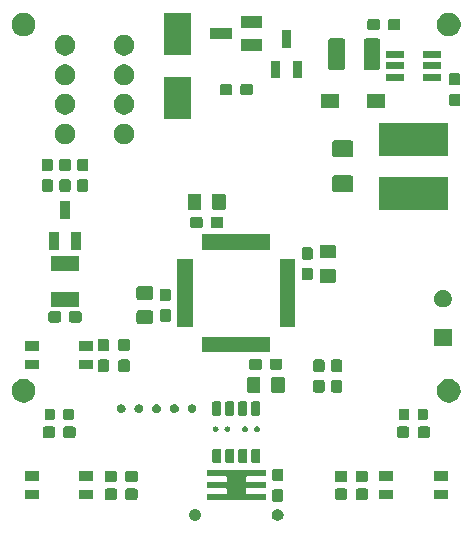
<source format=gbr>
%TF.GenerationSoftware,KiCad,Pcbnew,5.0.1-33cea8e~67~ubuntu18.04.1*%
%TF.CreationDate,2019-01-09T21:02:38+01:00*%
%TF.ProjectId,hvac-sensor-module,687661632D73656E736F722D6D6F6475,1.0*%
%TF.SameCoordinates,Original*%
%TF.FileFunction,Soldermask,Top*%
%TF.FilePolarity,Negative*%
%FSLAX46Y46*%
G04 Gerber Fmt 4.6, Leading zero omitted, Abs format (unit mm)*
G04 Created by KiCad (PCBNEW 5.0.1-33cea8e~67~ubuntu18.04.1) date Mi 09 Jan 2019 21:02:38 CET*
%MOMM*%
%LPD*%
G01*
G04 APERTURE LIST*
%ADD10C,0.100000*%
G04 APERTURE END LIST*
D10*
G36*
X148645845Y-123019215D02*
X148736839Y-123056906D01*
X148817640Y-123110896D01*
X148818734Y-123111627D01*
X148888373Y-123181266D01*
X148943095Y-123263163D01*
X148980785Y-123354155D01*
X149000000Y-123450755D01*
X149000000Y-123549245D01*
X148980785Y-123645845D01*
X148943095Y-123736837D01*
X148888373Y-123818734D01*
X148818734Y-123888373D01*
X148818731Y-123888375D01*
X148736839Y-123943094D01*
X148645845Y-123980785D01*
X148549246Y-124000000D01*
X148450754Y-124000000D01*
X148354155Y-123980785D01*
X148263161Y-123943094D01*
X148181269Y-123888375D01*
X148181266Y-123888373D01*
X148111627Y-123818734D01*
X148056905Y-123736837D01*
X148019215Y-123645845D01*
X148000000Y-123549245D01*
X148000000Y-123450755D01*
X148019215Y-123354155D01*
X148056905Y-123263163D01*
X148111627Y-123181266D01*
X148181266Y-123111627D01*
X148182360Y-123110896D01*
X148263161Y-123056906D01*
X148354155Y-123019215D01*
X148450754Y-123000000D01*
X148549246Y-123000000D01*
X148645845Y-123019215D01*
X148645845Y-123019215D01*
G37*
G36*
X141645845Y-123019215D02*
X141736839Y-123056906D01*
X141817640Y-123110896D01*
X141818734Y-123111627D01*
X141888373Y-123181266D01*
X141943095Y-123263163D01*
X141980785Y-123354155D01*
X142000000Y-123450755D01*
X142000000Y-123549245D01*
X141980785Y-123645845D01*
X141943095Y-123736837D01*
X141888373Y-123818734D01*
X141818734Y-123888373D01*
X141818731Y-123888375D01*
X141736839Y-123943094D01*
X141645845Y-123980785D01*
X141549246Y-124000000D01*
X141450754Y-124000000D01*
X141354155Y-123980785D01*
X141263161Y-123943094D01*
X141181269Y-123888375D01*
X141181266Y-123888373D01*
X141111627Y-123818734D01*
X141056905Y-123736837D01*
X141019215Y-123645845D01*
X141000000Y-123549245D01*
X141000000Y-123450755D01*
X141019215Y-123354155D01*
X141056905Y-123263163D01*
X141111627Y-123181266D01*
X141181266Y-123111627D01*
X141182360Y-123110896D01*
X141263161Y-123056906D01*
X141354155Y-123019215D01*
X141450754Y-123000000D01*
X141549246Y-123000000D01*
X141645845Y-123019215D01*
X141645845Y-123019215D01*
G37*
G36*
X148834024Y-121353955D02*
X148866736Y-121363879D01*
X148896890Y-121379997D01*
X148923316Y-121401684D01*
X148945003Y-121428110D01*
X148961121Y-121458264D01*
X148971045Y-121490976D01*
X148975000Y-121531138D01*
X148975000Y-122218862D01*
X148971045Y-122259024D01*
X148961121Y-122291736D01*
X148945003Y-122321890D01*
X148923316Y-122348316D01*
X148896890Y-122370003D01*
X148866736Y-122386121D01*
X148834024Y-122396045D01*
X148793862Y-122400000D01*
X148206138Y-122400000D01*
X148165976Y-122396045D01*
X148133264Y-122386121D01*
X148103110Y-122370003D01*
X148076684Y-122348316D01*
X148054997Y-122321890D01*
X148038879Y-122291736D01*
X148028955Y-122259024D01*
X148025000Y-122218862D01*
X148025000Y-121531138D01*
X148028955Y-121490976D01*
X148038879Y-121458264D01*
X148054997Y-121428110D01*
X148076684Y-121401684D01*
X148103110Y-121379997D01*
X148133264Y-121363879D01*
X148165976Y-121353955D01*
X148206138Y-121350000D01*
X148793862Y-121350000D01*
X148834024Y-121353955D01*
X148834024Y-121353955D01*
G37*
G36*
X147500000Y-120250000D02*
X145925000Y-120250000D01*
X145900614Y-120252402D01*
X145877165Y-120259515D01*
X145855554Y-120271066D01*
X145836612Y-120286612D01*
X145821066Y-120305554D01*
X145809515Y-120327165D01*
X145802402Y-120350614D01*
X145800000Y-120375000D01*
X145800000Y-120625000D01*
X145802402Y-120649386D01*
X145809515Y-120672835D01*
X145821066Y-120694446D01*
X145836612Y-120713388D01*
X145855554Y-120728934D01*
X145877165Y-120740485D01*
X145900614Y-120747598D01*
X145925000Y-120750000D01*
X147500000Y-120750000D01*
X147500000Y-121250000D01*
X145925000Y-121250000D01*
X145900614Y-121252402D01*
X145877165Y-121259515D01*
X145855554Y-121271066D01*
X145836612Y-121286612D01*
X145821066Y-121305554D01*
X145809515Y-121327165D01*
X145802402Y-121350614D01*
X145800000Y-121375000D01*
X145800000Y-121625000D01*
X145802402Y-121649386D01*
X145809515Y-121672835D01*
X145821066Y-121694446D01*
X145836612Y-121713388D01*
X145855554Y-121728934D01*
X145877165Y-121740485D01*
X145900614Y-121747598D01*
X145925000Y-121750000D01*
X147500000Y-121750000D01*
X147500000Y-122250000D01*
X142500000Y-122250000D01*
X142500000Y-121750000D01*
X144075000Y-121750000D01*
X144099386Y-121747598D01*
X144122835Y-121740485D01*
X144144446Y-121728934D01*
X144163388Y-121713388D01*
X144178934Y-121694446D01*
X144190485Y-121672835D01*
X144197598Y-121649386D01*
X144200000Y-121625000D01*
X144200000Y-121375000D01*
X144197598Y-121350614D01*
X144190485Y-121327165D01*
X144178934Y-121305554D01*
X144163388Y-121286612D01*
X144144446Y-121271066D01*
X144122835Y-121259515D01*
X144099386Y-121252402D01*
X144075000Y-121250000D01*
X142500000Y-121250000D01*
X142500000Y-120750000D01*
X144075000Y-120750000D01*
X144099386Y-120747598D01*
X144122835Y-120740485D01*
X144144446Y-120728934D01*
X144163388Y-120713388D01*
X144178934Y-120694446D01*
X144190485Y-120672835D01*
X144197598Y-120649386D01*
X144200000Y-120625000D01*
X144200000Y-120375000D01*
X144197598Y-120350614D01*
X144190485Y-120327165D01*
X144178934Y-120305554D01*
X144163388Y-120286612D01*
X144144446Y-120271066D01*
X144122835Y-120259515D01*
X144099386Y-120252402D01*
X144075000Y-120250000D01*
X142500000Y-120250000D01*
X142500000Y-119750000D01*
X147500000Y-119750000D01*
X147500000Y-120250000D01*
X147500000Y-120250000D01*
G37*
G36*
X156009024Y-121278955D02*
X156041736Y-121288879D01*
X156071890Y-121304997D01*
X156098316Y-121326684D01*
X156120003Y-121353110D01*
X156136121Y-121383264D01*
X156146045Y-121415976D01*
X156150000Y-121456138D01*
X156150000Y-122043862D01*
X156146045Y-122084024D01*
X156136121Y-122116736D01*
X156120003Y-122146890D01*
X156098316Y-122173316D01*
X156071890Y-122195003D01*
X156041736Y-122211121D01*
X156009024Y-122221045D01*
X155968862Y-122225000D01*
X155281138Y-122225000D01*
X155240976Y-122221045D01*
X155208264Y-122211121D01*
X155178110Y-122195003D01*
X155151684Y-122173316D01*
X155129997Y-122146890D01*
X155113879Y-122116736D01*
X155103955Y-122084024D01*
X155100000Y-122043862D01*
X155100000Y-121456138D01*
X155103955Y-121415976D01*
X155113879Y-121383264D01*
X155129997Y-121353110D01*
X155151684Y-121326684D01*
X155178110Y-121304997D01*
X155208264Y-121288879D01*
X155240976Y-121278955D01*
X155281138Y-121275000D01*
X155968862Y-121275000D01*
X156009024Y-121278955D01*
X156009024Y-121278955D01*
G37*
G36*
X136509024Y-121278955D02*
X136541736Y-121288879D01*
X136571890Y-121304997D01*
X136598316Y-121326684D01*
X136620003Y-121353110D01*
X136636121Y-121383264D01*
X136646045Y-121415976D01*
X136650000Y-121456138D01*
X136650000Y-122043862D01*
X136646045Y-122084024D01*
X136636121Y-122116736D01*
X136620003Y-122146890D01*
X136598316Y-122173316D01*
X136571890Y-122195003D01*
X136541736Y-122211121D01*
X136509024Y-122221045D01*
X136468862Y-122225000D01*
X135781138Y-122225000D01*
X135740976Y-122221045D01*
X135708264Y-122211121D01*
X135678110Y-122195003D01*
X135651684Y-122173316D01*
X135629997Y-122146890D01*
X135613879Y-122116736D01*
X135603955Y-122084024D01*
X135600000Y-122043862D01*
X135600000Y-121456138D01*
X135603955Y-121415976D01*
X135613879Y-121383264D01*
X135629997Y-121353110D01*
X135651684Y-121326684D01*
X135678110Y-121304997D01*
X135708264Y-121288879D01*
X135740976Y-121278955D01*
X135781138Y-121275000D01*
X136468862Y-121275000D01*
X136509024Y-121278955D01*
X136509024Y-121278955D01*
G37*
G36*
X134759024Y-121278955D02*
X134791736Y-121288879D01*
X134821890Y-121304997D01*
X134848316Y-121326684D01*
X134870003Y-121353110D01*
X134886121Y-121383264D01*
X134896045Y-121415976D01*
X134900000Y-121456138D01*
X134900000Y-122043862D01*
X134896045Y-122084024D01*
X134886121Y-122116736D01*
X134870003Y-122146890D01*
X134848316Y-122173316D01*
X134821890Y-122195003D01*
X134791736Y-122211121D01*
X134759024Y-122221045D01*
X134718862Y-122225000D01*
X134031138Y-122225000D01*
X133990976Y-122221045D01*
X133958264Y-122211121D01*
X133928110Y-122195003D01*
X133901684Y-122173316D01*
X133879997Y-122146890D01*
X133863879Y-122116736D01*
X133853955Y-122084024D01*
X133850000Y-122043862D01*
X133850000Y-121456138D01*
X133853955Y-121415976D01*
X133863879Y-121383264D01*
X133879997Y-121353110D01*
X133901684Y-121326684D01*
X133928110Y-121304997D01*
X133958264Y-121288879D01*
X133990976Y-121278955D01*
X134031138Y-121275000D01*
X134718862Y-121275000D01*
X134759024Y-121278955D01*
X134759024Y-121278955D01*
G37*
G36*
X154259024Y-121278955D02*
X154291736Y-121288879D01*
X154321890Y-121304997D01*
X154348316Y-121326684D01*
X154370003Y-121353110D01*
X154386121Y-121383264D01*
X154396045Y-121415976D01*
X154400000Y-121456138D01*
X154400000Y-122043862D01*
X154396045Y-122084024D01*
X154386121Y-122116736D01*
X154370003Y-122146890D01*
X154348316Y-122173316D01*
X154321890Y-122195003D01*
X154291736Y-122211121D01*
X154259024Y-122221045D01*
X154218862Y-122225000D01*
X153531138Y-122225000D01*
X153490976Y-122221045D01*
X153458264Y-122211121D01*
X153428110Y-122195003D01*
X153401684Y-122173316D01*
X153379997Y-122146890D01*
X153363879Y-122116736D01*
X153353955Y-122084024D01*
X153350000Y-122043862D01*
X153350000Y-121456138D01*
X153353955Y-121415976D01*
X153363879Y-121383264D01*
X153379997Y-121353110D01*
X153401684Y-121326684D01*
X153428110Y-121304997D01*
X153458264Y-121288879D01*
X153490976Y-121278955D01*
X153531138Y-121275000D01*
X154218862Y-121275000D01*
X154259024Y-121278955D01*
X154259024Y-121278955D01*
G37*
G36*
X132900000Y-122200000D02*
X131700000Y-122200000D01*
X131700000Y-121400000D01*
X132900000Y-121400000D01*
X132900000Y-122200000D01*
X132900000Y-122200000D01*
G37*
G36*
X128300000Y-122200000D02*
X127100000Y-122200000D01*
X127100000Y-121400000D01*
X128300000Y-121400000D01*
X128300000Y-122200000D01*
X128300000Y-122200000D01*
G37*
G36*
X158300000Y-122200000D02*
X157100000Y-122200000D01*
X157100000Y-121400000D01*
X158300000Y-121400000D01*
X158300000Y-122200000D01*
X158300000Y-122200000D01*
G37*
G36*
X162900000Y-122200000D02*
X161700000Y-122200000D01*
X161700000Y-121400000D01*
X162900000Y-121400000D01*
X162900000Y-122200000D01*
X162900000Y-122200000D01*
G37*
G36*
X156009024Y-119778955D02*
X156041736Y-119788879D01*
X156071890Y-119804997D01*
X156098316Y-119826684D01*
X156120003Y-119853110D01*
X156136121Y-119883264D01*
X156146045Y-119915976D01*
X156150000Y-119956138D01*
X156150000Y-120543862D01*
X156146045Y-120584024D01*
X156136121Y-120616736D01*
X156120003Y-120646890D01*
X156098316Y-120673316D01*
X156071890Y-120695003D01*
X156041736Y-120711121D01*
X156009024Y-120721045D01*
X155968862Y-120725000D01*
X155281138Y-120725000D01*
X155240976Y-120721045D01*
X155208264Y-120711121D01*
X155178110Y-120695003D01*
X155151684Y-120673316D01*
X155129997Y-120646890D01*
X155113879Y-120616736D01*
X155103955Y-120584024D01*
X155100000Y-120543862D01*
X155100000Y-119956138D01*
X155103955Y-119915976D01*
X155113879Y-119883264D01*
X155129997Y-119853110D01*
X155151684Y-119826684D01*
X155178110Y-119804997D01*
X155208264Y-119788879D01*
X155240976Y-119778955D01*
X155281138Y-119775000D01*
X155968862Y-119775000D01*
X156009024Y-119778955D01*
X156009024Y-119778955D01*
G37*
G36*
X136509024Y-119778955D02*
X136541736Y-119788879D01*
X136571890Y-119804997D01*
X136598316Y-119826684D01*
X136620003Y-119853110D01*
X136636121Y-119883264D01*
X136646045Y-119915976D01*
X136650000Y-119956138D01*
X136650000Y-120543862D01*
X136646045Y-120584024D01*
X136636121Y-120616736D01*
X136620003Y-120646890D01*
X136598316Y-120673316D01*
X136571890Y-120695003D01*
X136541736Y-120711121D01*
X136509024Y-120721045D01*
X136468862Y-120725000D01*
X135781138Y-120725000D01*
X135740976Y-120721045D01*
X135708264Y-120711121D01*
X135678110Y-120695003D01*
X135651684Y-120673316D01*
X135629997Y-120646890D01*
X135613879Y-120616736D01*
X135603955Y-120584024D01*
X135600000Y-120543862D01*
X135600000Y-119956138D01*
X135603955Y-119915976D01*
X135613879Y-119883264D01*
X135629997Y-119853110D01*
X135651684Y-119826684D01*
X135678110Y-119804997D01*
X135708264Y-119788879D01*
X135740976Y-119778955D01*
X135781138Y-119775000D01*
X136468862Y-119775000D01*
X136509024Y-119778955D01*
X136509024Y-119778955D01*
G37*
G36*
X134759024Y-119778955D02*
X134791736Y-119788879D01*
X134821890Y-119804997D01*
X134848316Y-119826684D01*
X134870003Y-119853110D01*
X134886121Y-119883264D01*
X134896045Y-119915976D01*
X134900000Y-119956138D01*
X134900000Y-120543862D01*
X134896045Y-120584024D01*
X134886121Y-120616736D01*
X134870003Y-120646890D01*
X134848316Y-120673316D01*
X134821890Y-120695003D01*
X134791736Y-120711121D01*
X134759024Y-120721045D01*
X134718862Y-120725000D01*
X134031138Y-120725000D01*
X133990976Y-120721045D01*
X133958264Y-120711121D01*
X133928110Y-120695003D01*
X133901684Y-120673316D01*
X133879997Y-120646890D01*
X133863879Y-120616736D01*
X133853955Y-120584024D01*
X133850000Y-120543862D01*
X133850000Y-119956138D01*
X133853955Y-119915976D01*
X133863879Y-119883264D01*
X133879997Y-119853110D01*
X133901684Y-119826684D01*
X133928110Y-119804997D01*
X133958264Y-119788879D01*
X133990976Y-119778955D01*
X134031138Y-119775000D01*
X134718862Y-119775000D01*
X134759024Y-119778955D01*
X134759024Y-119778955D01*
G37*
G36*
X154259024Y-119778955D02*
X154291736Y-119788879D01*
X154321890Y-119804997D01*
X154348316Y-119826684D01*
X154370003Y-119853110D01*
X154386121Y-119883264D01*
X154396045Y-119915976D01*
X154400000Y-119956138D01*
X154400000Y-120543862D01*
X154396045Y-120584024D01*
X154386121Y-120616736D01*
X154370003Y-120646890D01*
X154348316Y-120673316D01*
X154321890Y-120695003D01*
X154291736Y-120711121D01*
X154259024Y-120721045D01*
X154218862Y-120725000D01*
X153531138Y-120725000D01*
X153490976Y-120721045D01*
X153458264Y-120711121D01*
X153428110Y-120695003D01*
X153401684Y-120673316D01*
X153379997Y-120646890D01*
X153363879Y-120616736D01*
X153353955Y-120584024D01*
X153350000Y-120543862D01*
X153350000Y-119956138D01*
X153353955Y-119915976D01*
X153363879Y-119883264D01*
X153379997Y-119853110D01*
X153401684Y-119826684D01*
X153428110Y-119804997D01*
X153458264Y-119788879D01*
X153490976Y-119778955D01*
X153531138Y-119775000D01*
X154218862Y-119775000D01*
X154259024Y-119778955D01*
X154259024Y-119778955D01*
G37*
G36*
X148834024Y-119603955D02*
X148866736Y-119613879D01*
X148896890Y-119629997D01*
X148923316Y-119651684D01*
X148945003Y-119678110D01*
X148961121Y-119708264D01*
X148971045Y-119740976D01*
X148975000Y-119781138D01*
X148975000Y-120468862D01*
X148971045Y-120509024D01*
X148961121Y-120541736D01*
X148945003Y-120571890D01*
X148923316Y-120598316D01*
X148896890Y-120620003D01*
X148866736Y-120636121D01*
X148834024Y-120646045D01*
X148793862Y-120650000D01*
X148206138Y-120650000D01*
X148165976Y-120646045D01*
X148133264Y-120636121D01*
X148103110Y-120620003D01*
X148076684Y-120598316D01*
X148054997Y-120571890D01*
X148038879Y-120541736D01*
X148028955Y-120509024D01*
X148025000Y-120468862D01*
X148025000Y-119781138D01*
X148028955Y-119740976D01*
X148038879Y-119708264D01*
X148054997Y-119678110D01*
X148076684Y-119651684D01*
X148103110Y-119629997D01*
X148133264Y-119613879D01*
X148165976Y-119603955D01*
X148206138Y-119600000D01*
X148793862Y-119600000D01*
X148834024Y-119603955D01*
X148834024Y-119603955D01*
G37*
G36*
X162900000Y-120600000D02*
X161700000Y-120600000D01*
X161700000Y-119800000D01*
X162900000Y-119800000D01*
X162900000Y-120600000D01*
X162900000Y-120600000D01*
G37*
G36*
X158300000Y-120600000D02*
X157100000Y-120600000D01*
X157100000Y-119800000D01*
X158300000Y-119800000D01*
X158300000Y-120600000D01*
X158300000Y-120600000D01*
G37*
G36*
X132900000Y-120600000D02*
X131700000Y-120600000D01*
X131700000Y-119800000D01*
X132900000Y-119800000D01*
X132900000Y-120600000D01*
X132900000Y-120600000D01*
G37*
G36*
X128300000Y-120600000D02*
X127100000Y-120600000D01*
X127100000Y-119800000D01*
X128300000Y-119800000D01*
X128300000Y-120600000D01*
X128300000Y-120600000D01*
G37*
G36*
X143624267Y-117902995D02*
X143647605Y-117910074D01*
X143669112Y-117921570D01*
X143687961Y-117937039D01*
X143703430Y-117955888D01*
X143714926Y-117977395D01*
X143722005Y-118000733D01*
X143725000Y-118031141D01*
X143725000Y-118968859D01*
X143722005Y-118999267D01*
X143714926Y-119022605D01*
X143703430Y-119044112D01*
X143687961Y-119062961D01*
X143669112Y-119078430D01*
X143647605Y-119089926D01*
X143624267Y-119097005D01*
X143593859Y-119100000D01*
X143106141Y-119100000D01*
X143075733Y-119097005D01*
X143052395Y-119089926D01*
X143030888Y-119078430D01*
X143012039Y-119062961D01*
X142996570Y-119044112D01*
X142985074Y-119022605D01*
X142977995Y-118999267D01*
X142975000Y-118968859D01*
X142975000Y-118031141D01*
X142977995Y-118000733D01*
X142985074Y-117977395D01*
X142996570Y-117955888D01*
X143012039Y-117937039D01*
X143030888Y-117921570D01*
X143052395Y-117910074D01*
X143075733Y-117902995D01*
X143106141Y-117900000D01*
X143593859Y-117900000D01*
X143624267Y-117902995D01*
X143624267Y-117902995D01*
G37*
G36*
X144724267Y-117902995D02*
X144747605Y-117910074D01*
X144769112Y-117921570D01*
X144787961Y-117937039D01*
X144803430Y-117955888D01*
X144814926Y-117977395D01*
X144822005Y-118000733D01*
X144825000Y-118031141D01*
X144825000Y-118968859D01*
X144822005Y-118999267D01*
X144814926Y-119022605D01*
X144803430Y-119044112D01*
X144787961Y-119062961D01*
X144769112Y-119078430D01*
X144747605Y-119089926D01*
X144724267Y-119097005D01*
X144693859Y-119100000D01*
X144206141Y-119100000D01*
X144175733Y-119097005D01*
X144152395Y-119089926D01*
X144130888Y-119078430D01*
X144112039Y-119062961D01*
X144096570Y-119044112D01*
X144085074Y-119022605D01*
X144077995Y-118999267D01*
X144075000Y-118968859D01*
X144075000Y-118031141D01*
X144077995Y-118000733D01*
X144085074Y-117977395D01*
X144096570Y-117955888D01*
X144112039Y-117937039D01*
X144130888Y-117921570D01*
X144152395Y-117910074D01*
X144175733Y-117902995D01*
X144206141Y-117900000D01*
X144693859Y-117900000D01*
X144724267Y-117902995D01*
X144724267Y-117902995D01*
G37*
G36*
X145824267Y-117902995D02*
X145847605Y-117910074D01*
X145869112Y-117921570D01*
X145887961Y-117937039D01*
X145903430Y-117955888D01*
X145914926Y-117977395D01*
X145922005Y-118000733D01*
X145925000Y-118031141D01*
X145925000Y-118968859D01*
X145922005Y-118999267D01*
X145914926Y-119022605D01*
X145903430Y-119044112D01*
X145887961Y-119062961D01*
X145869112Y-119078430D01*
X145847605Y-119089926D01*
X145824267Y-119097005D01*
X145793859Y-119100000D01*
X145306141Y-119100000D01*
X145275733Y-119097005D01*
X145252395Y-119089926D01*
X145230888Y-119078430D01*
X145212039Y-119062961D01*
X145196570Y-119044112D01*
X145185074Y-119022605D01*
X145177995Y-118999267D01*
X145175000Y-118968859D01*
X145175000Y-118031141D01*
X145177995Y-118000733D01*
X145185074Y-117977395D01*
X145196570Y-117955888D01*
X145212039Y-117937039D01*
X145230888Y-117921570D01*
X145252395Y-117910074D01*
X145275733Y-117902995D01*
X145306141Y-117900000D01*
X145793859Y-117900000D01*
X145824267Y-117902995D01*
X145824267Y-117902995D01*
G37*
G36*
X146924267Y-117902995D02*
X146947605Y-117910074D01*
X146969112Y-117921570D01*
X146987961Y-117937039D01*
X147003430Y-117955888D01*
X147014926Y-117977395D01*
X147022005Y-118000733D01*
X147025000Y-118031141D01*
X147025000Y-118968859D01*
X147022005Y-118999267D01*
X147014926Y-119022605D01*
X147003430Y-119044112D01*
X146987961Y-119062961D01*
X146969112Y-119078430D01*
X146947605Y-119089926D01*
X146924267Y-119097005D01*
X146893859Y-119100000D01*
X146406141Y-119100000D01*
X146375733Y-119097005D01*
X146352395Y-119089926D01*
X146330888Y-119078430D01*
X146312039Y-119062961D01*
X146296570Y-119044112D01*
X146285074Y-119022605D01*
X146277995Y-118999267D01*
X146275000Y-118968859D01*
X146275000Y-118031141D01*
X146277995Y-118000733D01*
X146285074Y-117977395D01*
X146296570Y-117955888D01*
X146312039Y-117937039D01*
X146330888Y-117921570D01*
X146352395Y-117910074D01*
X146375733Y-117902995D01*
X146406141Y-117900000D01*
X146893859Y-117900000D01*
X146924267Y-117902995D01*
X146924267Y-117902995D01*
G37*
G36*
X131259024Y-116028955D02*
X131291736Y-116038879D01*
X131321890Y-116054997D01*
X131348316Y-116076684D01*
X131370003Y-116103110D01*
X131386121Y-116133264D01*
X131396045Y-116165976D01*
X131400000Y-116206138D01*
X131400000Y-116793862D01*
X131396045Y-116834024D01*
X131386121Y-116866736D01*
X131370003Y-116896890D01*
X131348316Y-116923316D01*
X131321890Y-116945003D01*
X131291736Y-116961121D01*
X131259024Y-116971045D01*
X131218862Y-116975000D01*
X130531138Y-116975000D01*
X130490976Y-116971045D01*
X130458264Y-116961121D01*
X130428110Y-116945003D01*
X130401684Y-116923316D01*
X130379997Y-116896890D01*
X130363879Y-116866736D01*
X130353955Y-116834024D01*
X130350000Y-116793862D01*
X130350000Y-116206138D01*
X130353955Y-116165976D01*
X130363879Y-116133264D01*
X130379997Y-116103110D01*
X130401684Y-116076684D01*
X130428110Y-116054997D01*
X130458264Y-116038879D01*
X130490976Y-116028955D01*
X130531138Y-116025000D01*
X131218862Y-116025000D01*
X131259024Y-116028955D01*
X131259024Y-116028955D01*
G37*
G36*
X159509024Y-116028955D02*
X159541736Y-116038879D01*
X159571890Y-116054997D01*
X159598316Y-116076684D01*
X159620003Y-116103110D01*
X159636121Y-116133264D01*
X159646045Y-116165976D01*
X159650000Y-116206138D01*
X159650000Y-116793862D01*
X159646045Y-116834024D01*
X159636121Y-116866736D01*
X159620003Y-116896890D01*
X159598316Y-116923316D01*
X159571890Y-116945003D01*
X159541736Y-116961121D01*
X159509024Y-116971045D01*
X159468862Y-116975000D01*
X158781138Y-116975000D01*
X158740976Y-116971045D01*
X158708264Y-116961121D01*
X158678110Y-116945003D01*
X158651684Y-116923316D01*
X158629997Y-116896890D01*
X158613879Y-116866736D01*
X158603955Y-116834024D01*
X158600000Y-116793862D01*
X158600000Y-116206138D01*
X158603955Y-116165976D01*
X158613879Y-116133264D01*
X158629997Y-116103110D01*
X158651684Y-116076684D01*
X158678110Y-116054997D01*
X158708264Y-116038879D01*
X158740976Y-116028955D01*
X158781138Y-116025000D01*
X159468862Y-116025000D01*
X159509024Y-116028955D01*
X159509024Y-116028955D01*
G37*
G36*
X129509024Y-116028955D02*
X129541736Y-116038879D01*
X129571890Y-116054997D01*
X129598316Y-116076684D01*
X129620003Y-116103110D01*
X129636121Y-116133264D01*
X129646045Y-116165976D01*
X129650000Y-116206138D01*
X129650000Y-116793862D01*
X129646045Y-116834024D01*
X129636121Y-116866736D01*
X129620003Y-116896890D01*
X129598316Y-116923316D01*
X129571890Y-116945003D01*
X129541736Y-116961121D01*
X129509024Y-116971045D01*
X129468862Y-116975000D01*
X128781138Y-116975000D01*
X128740976Y-116971045D01*
X128708264Y-116961121D01*
X128678110Y-116945003D01*
X128651684Y-116923316D01*
X128629997Y-116896890D01*
X128613879Y-116866736D01*
X128603955Y-116834024D01*
X128600000Y-116793862D01*
X128600000Y-116206138D01*
X128603955Y-116165976D01*
X128613879Y-116133264D01*
X128629997Y-116103110D01*
X128651684Y-116076684D01*
X128678110Y-116054997D01*
X128708264Y-116038879D01*
X128740976Y-116028955D01*
X128781138Y-116025000D01*
X129468862Y-116025000D01*
X129509024Y-116028955D01*
X129509024Y-116028955D01*
G37*
G36*
X161259024Y-116028955D02*
X161291736Y-116038879D01*
X161321890Y-116054997D01*
X161348316Y-116076684D01*
X161370003Y-116103110D01*
X161386121Y-116133264D01*
X161396045Y-116165976D01*
X161400000Y-116206138D01*
X161400000Y-116793862D01*
X161396045Y-116834024D01*
X161386121Y-116866736D01*
X161370003Y-116896890D01*
X161348316Y-116923316D01*
X161321890Y-116945003D01*
X161291736Y-116961121D01*
X161259024Y-116971045D01*
X161218862Y-116975000D01*
X160531138Y-116975000D01*
X160490976Y-116971045D01*
X160458264Y-116961121D01*
X160428110Y-116945003D01*
X160401684Y-116923316D01*
X160379997Y-116896890D01*
X160363879Y-116866736D01*
X160353955Y-116834024D01*
X160350000Y-116793862D01*
X160350000Y-116206138D01*
X160353955Y-116165976D01*
X160363879Y-116133264D01*
X160379997Y-116103110D01*
X160401684Y-116076684D01*
X160428110Y-116054997D01*
X160458264Y-116038879D01*
X160490976Y-116028955D01*
X160531138Y-116025000D01*
X161218862Y-116025000D01*
X161259024Y-116028955D01*
X161259024Y-116028955D01*
G37*
G36*
X144286698Y-116002402D02*
X144322922Y-116009607D01*
X144368420Y-116028453D01*
X144409366Y-116055812D01*
X144444188Y-116090634D01*
X144471547Y-116131580D01*
X144490393Y-116177078D01*
X144500000Y-116225377D01*
X144500000Y-116274623D01*
X144490393Y-116322922D01*
X144471547Y-116368420D01*
X144444188Y-116409366D01*
X144409366Y-116444188D01*
X144368420Y-116471547D01*
X144322922Y-116490393D01*
X144286698Y-116497598D01*
X144274624Y-116500000D01*
X144225376Y-116500000D01*
X144213302Y-116497598D01*
X144177078Y-116490393D01*
X144131580Y-116471547D01*
X144090634Y-116444188D01*
X144055812Y-116409366D01*
X144028453Y-116368420D01*
X144009607Y-116322922D01*
X144000000Y-116274623D01*
X144000000Y-116225377D01*
X144009607Y-116177078D01*
X144028453Y-116131580D01*
X144055812Y-116090634D01*
X144090634Y-116055812D01*
X144131580Y-116028453D01*
X144177078Y-116009607D01*
X144213302Y-116002402D01*
X144225376Y-116000000D01*
X144274624Y-116000000D01*
X144286698Y-116002402D01*
X144286698Y-116002402D01*
G37*
G36*
X146786698Y-116002402D02*
X146822922Y-116009607D01*
X146868420Y-116028453D01*
X146909366Y-116055812D01*
X146944188Y-116090634D01*
X146971547Y-116131580D01*
X146990393Y-116177078D01*
X147000000Y-116225377D01*
X147000000Y-116274623D01*
X146990393Y-116322922D01*
X146971547Y-116368420D01*
X146944188Y-116409366D01*
X146909366Y-116444188D01*
X146868420Y-116471547D01*
X146822922Y-116490393D01*
X146786698Y-116497598D01*
X146774624Y-116500000D01*
X146725376Y-116500000D01*
X146713302Y-116497598D01*
X146677078Y-116490393D01*
X146631580Y-116471547D01*
X146590634Y-116444188D01*
X146555812Y-116409366D01*
X146528453Y-116368420D01*
X146509607Y-116322922D01*
X146500000Y-116274623D01*
X146500000Y-116225377D01*
X146509607Y-116177078D01*
X146528453Y-116131580D01*
X146555812Y-116090634D01*
X146590634Y-116055812D01*
X146631580Y-116028453D01*
X146677078Y-116009607D01*
X146713302Y-116002402D01*
X146725376Y-116000000D01*
X146774624Y-116000000D01*
X146786698Y-116002402D01*
X146786698Y-116002402D01*
G37*
G36*
X145786698Y-116002402D02*
X145822922Y-116009607D01*
X145868420Y-116028453D01*
X145909366Y-116055812D01*
X145944188Y-116090634D01*
X145971547Y-116131580D01*
X145990393Y-116177078D01*
X146000000Y-116225377D01*
X146000000Y-116274623D01*
X145990393Y-116322922D01*
X145971547Y-116368420D01*
X145944188Y-116409366D01*
X145909366Y-116444188D01*
X145868420Y-116471547D01*
X145822922Y-116490393D01*
X145786698Y-116497598D01*
X145774624Y-116500000D01*
X145725376Y-116500000D01*
X145713302Y-116497598D01*
X145677078Y-116490393D01*
X145631580Y-116471547D01*
X145590634Y-116444188D01*
X145555812Y-116409366D01*
X145528453Y-116368420D01*
X145509607Y-116322922D01*
X145500000Y-116274623D01*
X145500000Y-116225377D01*
X145509607Y-116177078D01*
X145528453Y-116131580D01*
X145555812Y-116090634D01*
X145590634Y-116055812D01*
X145631580Y-116028453D01*
X145677078Y-116009607D01*
X145713302Y-116002402D01*
X145725376Y-116000000D01*
X145774624Y-116000000D01*
X145786698Y-116002402D01*
X145786698Y-116002402D01*
G37*
G36*
X143286698Y-116002402D02*
X143322922Y-116009607D01*
X143368420Y-116028453D01*
X143409366Y-116055812D01*
X143444188Y-116090634D01*
X143471547Y-116131580D01*
X143490393Y-116177078D01*
X143500000Y-116225377D01*
X143500000Y-116274623D01*
X143490393Y-116322922D01*
X143471547Y-116368420D01*
X143444188Y-116409366D01*
X143409366Y-116444188D01*
X143368420Y-116471547D01*
X143322922Y-116490393D01*
X143286698Y-116497598D01*
X143274624Y-116500000D01*
X143225376Y-116500000D01*
X143213302Y-116497598D01*
X143177078Y-116490393D01*
X143131580Y-116471547D01*
X143090634Y-116444188D01*
X143055812Y-116409366D01*
X143028453Y-116368420D01*
X143009607Y-116322922D01*
X143000000Y-116274623D01*
X143000000Y-116225377D01*
X143009607Y-116177078D01*
X143028453Y-116131580D01*
X143055812Y-116090634D01*
X143090634Y-116055812D01*
X143131580Y-116028453D01*
X143177078Y-116009607D01*
X143213302Y-116002402D01*
X143225376Y-116000000D01*
X143274624Y-116000000D01*
X143286698Y-116002402D01*
X143286698Y-116002402D01*
G37*
G36*
X159524116Y-114528595D02*
X159553313Y-114537452D01*
X159580218Y-114551833D01*
X159603808Y-114571192D01*
X159623167Y-114594782D01*
X159637548Y-114621687D01*
X159646405Y-114650884D01*
X159650000Y-114687390D01*
X159650000Y-115312610D01*
X159646405Y-115349116D01*
X159637548Y-115378313D01*
X159623167Y-115405218D01*
X159603808Y-115428808D01*
X159580218Y-115448167D01*
X159553313Y-115462548D01*
X159524116Y-115471405D01*
X159487610Y-115475000D01*
X158937390Y-115475000D01*
X158900884Y-115471405D01*
X158871687Y-115462548D01*
X158844782Y-115448167D01*
X158821192Y-115428808D01*
X158801833Y-115405218D01*
X158787452Y-115378313D01*
X158778595Y-115349116D01*
X158775000Y-115312610D01*
X158775000Y-114687390D01*
X158778595Y-114650884D01*
X158787452Y-114621687D01*
X158801833Y-114594782D01*
X158821192Y-114571192D01*
X158844782Y-114551833D01*
X158871687Y-114537452D01*
X158900884Y-114528595D01*
X158937390Y-114525000D01*
X159487610Y-114525000D01*
X159524116Y-114528595D01*
X159524116Y-114528595D01*
G37*
G36*
X129524116Y-114528595D02*
X129553313Y-114537452D01*
X129580218Y-114551833D01*
X129603808Y-114571192D01*
X129623167Y-114594782D01*
X129637548Y-114621687D01*
X129646405Y-114650884D01*
X129650000Y-114687390D01*
X129650000Y-115312610D01*
X129646405Y-115349116D01*
X129637548Y-115378313D01*
X129623167Y-115405218D01*
X129603808Y-115428808D01*
X129580218Y-115448167D01*
X129553313Y-115462548D01*
X129524116Y-115471405D01*
X129487610Y-115475000D01*
X128937390Y-115475000D01*
X128900884Y-115471405D01*
X128871687Y-115462548D01*
X128844782Y-115448167D01*
X128821192Y-115428808D01*
X128801833Y-115405218D01*
X128787452Y-115378313D01*
X128778595Y-115349116D01*
X128775000Y-115312610D01*
X128775000Y-114687390D01*
X128778595Y-114650884D01*
X128787452Y-114621687D01*
X128801833Y-114594782D01*
X128821192Y-114571192D01*
X128844782Y-114551833D01*
X128871687Y-114537452D01*
X128900884Y-114528595D01*
X128937390Y-114525000D01*
X129487610Y-114525000D01*
X129524116Y-114528595D01*
X129524116Y-114528595D01*
G37*
G36*
X131099116Y-114528595D02*
X131128313Y-114537452D01*
X131155218Y-114551833D01*
X131178808Y-114571192D01*
X131198167Y-114594782D01*
X131212548Y-114621687D01*
X131221405Y-114650884D01*
X131225000Y-114687390D01*
X131225000Y-115312610D01*
X131221405Y-115349116D01*
X131212548Y-115378313D01*
X131198167Y-115405218D01*
X131178808Y-115428808D01*
X131155218Y-115448167D01*
X131128313Y-115462548D01*
X131099116Y-115471405D01*
X131062610Y-115475000D01*
X130512390Y-115475000D01*
X130475884Y-115471405D01*
X130446687Y-115462548D01*
X130419782Y-115448167D01*
X130396192Y-115428808D01*
X130376833Y-115405218D01*
X130362452Y-115378313D01*
X130353595Y-115349116D01*
X130350000Y-115312610D01*
X130350000Y-114687390D01*
X130353595Y-114650884D01*
X130362452Y-114621687D01*
X130376833Y-114594782D01*
X130396192Y-114571192D01*
X130419782Y-114551833D01*
X130446687Y-114537452D01*
X130475884Y-114528595D01*
X130512390Y-114525000D01*
X131062610Y-114525000D01*
X131099116Y-114528595D01*
X131099116Y-114528595D01*
G37*
G36*
X161099116Y-114528595D02*
X161128313Y-114537452D01*
X161155218Y-114551833D01*
X161178808Y-114571192D01*
X161198167Y-114594782D01*
X161212548Y-114621687D01*
X161221405Y-114650884D01*
X161225000Y-114687390D01*
X161225000Y-115312610D01*
X161221405Y-115349116D01*
X161212548Y-115378313D01*
X161198167Y-115405218D01*
X161178808Y-115428808D01*
X161155218Y-115448167D01*
X161128313Y-115462548D01*
X161099116Y-115471405D01*
X161062610Y-115475000D01*
X160512390Y-115475000D01*
X160475884Y-115471405D01*
X160446687Y-115462548D01*
X160419782Y-115448167D01*
X160396192Y-115428808D01*
X160376833Y-115405218D01*
X160362452Y-115378313D01*
X160353595Y-115349116D01*
X160350000Y-115312610D01*
X160350000Y-114687390D01*
X160353595Y-114650884D01*
X160362452Y-114621687D01*
X160376833Y-114594782D01*
X160396192Y-114571192D01*
X160419782Y-114551833D01*
X160446687Y-114537452D01*
X160475884Y-114528595D01*
X160512390Y-114525000D01*
X161062610Y-114525000D01*
X161099116Y-114528595D01*
X161099116Y-114528595D01*
G37*
G36*
X145824267Y-113902995D02*
X145847605Y-113910074D01*
X145869112Y-113921570D01*
X145887961Y-113937039D01*
X145903430Y-113955888D01*
X145914926Y-113977395D01*
X145922005Y-114000733D01*
X145925000Y-114031141D01*
X145925000Y-114968859D01*
X145922005Y-114999267D01*
X145914926Y-115022605D01*
X145903430Y-115044112D01*
X145887961Y-115062961D01*
X145869112Y-115078430D01*
X145847605Y-115089926D01*
X145824267Y-115097005D01*
X145793859Y-115100000D01*
X145306141Y-115100000D01*
X145275733Y-115097005D01*
X145252395Y-115089926D01*
X145230888Y-115078430D01*
X145212039Y-115062961D01*
X145196570Y-115044112D01*
X145185074Y-115022605D01*
X145177995Y-114999267D01*
X145175000Y-114968859D01*
X145175000Y-114031141D01*
X145177995Y-114000733D01*
X145185074Y-113977395D01*
X145196570Y-113955888D01*
X145212039Y-113937039D01*
X145230888Y-113921570D01*
X145252395Y-113910074D01*
X145275733Y-113902995D01*
X145306141Y-113900000D01*
X145793859Y-113900000D01*
X145824267Y-113902995D01*
X145824267Y-113902995D01*
G37*
G36*
X143624267Y-113902995D02*
X143647605Y-113910074D01*
X143669112Y-113921570D01*
X143687961Y-113937039D01*
X143703430Y-113955888D01*
X143714926Y-113977395D01*
X143722005Y-114000733D01*
X143725000Y-114031141D01*
X143725000Y-114968859D01*
X143722005Y-114999267D01*
X143714926Y-115022605D01*
X143703430Y-115044112D01*
X143687961Y-115062961D01*
X143669112Y-115078430D01*
X143647605Y-115089926D01*
X143624267Y-115097005D01*
X143593859Y-115100000D01*
X143106141Y-115100000D01*
X143075733Y-115097005D01*
X143052395Y-115089926D01*
X143030888Y-115078430D01*
X143012039Y-115062961D01*
X142996570Y-115044112D01*
X142985074Y-115022605D01*
X142977995Y-114999267D01*
X142975000Y-114968859D01*
X142975000Y-114031141D01*
X142977995Y-114000733D01*
X142985074Y-113977395D01*
X142996570Y-113955888D01*
X143012039Y-113937039D01*
X143030888Y-113921570D01*
X143052395Y-113910074D01*
X143075733Y-113902995D01*
X143106141Y-113900000D01*
X143593859Y-113900000D01*
X143624267Y-113902995D01*
X143624267Y-113902995D01*
G37*
G36*
X144724267Y-113902995D02*
X144747605Y-113910074D01*
X144769112Y-113921570D01*
X144787961Y-113937039D01*
X144803430Y-113955888D01*
X144814926Y-113977395D01*
X144822005Y-114000733D01*
X144825000Y-114031141D01*
X144825000Y-114968859D01*
X144822005Y-114999267D01*
X144814926Y-115022605D01*
X144803430Y-115044112D01*
X144787961Y-115062961D01*
X144769112Y-115078430D01*
X144747605Y-115089926D01*
X144724267Y-115097005D01*
X144693859Y-115100000D01*
X144206141Y-115100000D01*
X144175733Y-115097005D01*
X144152395Y-115089926D01*
X144130888Y-115078430D01*
X144112039Y-115062961D01*
X144096570Y-115044112D01*
X144085074Y-115022605D01*
X144077995Y-114999267D01*
X144075000Y-114968859D01*
X144075000Y-114031141D01*
X144077995Y-114000733D01*
X144085074Y-113977395D01*
X144096570Y-113955888D01*
X144112039Y-113937039D01*
X144130888Y-113921570D01*
X144152395Y-113910074D01*
X144175733Y-113902995D01*
X144206141Y-113900000D01*
X144693859Y-113900000D01*
X144724267Y-113902995D01*
X144724267Y-113902995D01*
G37*
G36*
X146924267Y-113902995D02*
X146947605Y-113910074D01*
X146969112Y-113921570D01*
X146987961Y-113937039D01*
X147003430Y-113955888D01*
X147014926Y-113977395D01*
X147022005Y-114000733D01*
X147025000Y-114031141D01*
X147025000Y-114968859D01*
X147022005Y-114999267D01*
X147014926Y-115022605D01*
X147003430Y-115044112D01*
X146987961Y-115062961D01*
X146969112Y-115078430D01*
X146947605Y-115089926D01*
X146924267Y-115097005D01*
X146893859Y-115100000D01*
X146406141Y-115100000D01*
X146375733Y-115097005D01*
X146352395Y-115089926D01*
X146330888Y-115078430D01*
X146312039Y-115062961D01*
X146296570Y-115044112D01*
X146285074Y-115022605D01*
X146277995Y-114999267D01*
X146275000Y-114968859D01*
X146275000Y-114031141D01*
X146277995Y-114000733D01*
X146285074Y-113977395D01*
X146296570Y-113955888D01*
X146312039Y-113937039D01*
X146330888Y-113921570D01*
X146352395Y-113910074D01*
X146375733Y-113902995D01*
X146406141Y-113900000D01*
X146893859Y-113900000D01*
X146924267Y-113902995D01*
X146924267Y-113902995D01*
G37*
G36*
X135359384Y-114139411D02*
X135427629Y-114167679D01*
X135489049Y-114208719D01*
X135541281Y-114260951D01*
X135582321Y-114322371D01*
X135610589Y-114390616D01*
X135625000Y-114463065D01*
X135625000Y-114536935D01*
X135610589Y-114609384D01*
X135582321Y-114677629D01*
X135541281Y-114739049D01*
X135489049Y-114791281D01*
X135427629Y-114832321D01*
X135359384Y-114860589D01*
X135286935Y-114875000D01*
X135213065Y-114875000D01*
X135140616Y-114860589D01*
X135072371Y-114832321D01*
X135010951Y-114791281D01*
X134958719Y-114739049D01*
X134917679Y-114677629D01*
X134889411Y-114609384D01*
X134875000Y-114536935D01*
X134875000Y-114463065D01*
X134889411Y-114390616D01*
X134917679Y-114322371D01*
X134958719Y-114260951D01*
X135010951Y-114208719D01*
X135072371Y-114167679D01*
X135140616Y-114139411D01*
X135213065Y-114125000D01*
X135286935Y-114125000D01*
X135359384Y-114139411D01*
X135359384Y-114139411D01*
G37*
G36*
X136859384Y-114139411D02*
X136927629Y-114167679D01*
X136989049Y-114208719D01*
X137041281Y-114260951D01*
X137082321Y-114322371D01*
X137110589Y-114390616D01*
X137125000Y-114463065D01*
X137125000Y-114536935D01*
X137110589Y-114609384D01*
X137082321Y-114677629D01*
X137041281Y-114739049D01*
X136989049Y-114791281D01*
X136927629Y-114832321D01*
X136859384Y-114860589D01*
X136786935Y-114875000D01*
X136713065Y-114875000D01*
X136640616Y-114860589D01*
X136572371Y-114832321D01*
X136510951Y-114791281D01*
X136458719Y-114739049D01*
X136417679Y-114677629D01*
X136389411Y-114609384D01*
X136375000Y-114536935D01*
X136375000Y-114463065D01*
X136389411Y-114390616D01*
X136417679Y-114322371D01*
X136458719Y-114260951D01*
X136510951Y-114208719D01*
X136572371Y-114167679D01*
X136640616Y-114139411D01*
X136713065Y-114125000D01*
X136786935Y-114125000D01*
X136859384Y-114139411D01*
X136859384Y-114139411D01*
G37*
G36*
X138359384Y-114139411D02*
X138427629Y-114167679D01*
X138489049Y-114208719D01*
X138541281Y-114260951D01*
X138582321Y-114322371D01*
X138610589Y-114390616D01*
X138625000Y-114463065D01*
X138625000Y-114536935D01*
X138610589Y-114609384D01*
X138582321Y-114677629D01*
X138541281Y-114739049D01*
X138489049Y-114791281D01*
X138427629Y-114832321D01*
X138359384Y-114860589D01*
X138286935Y-114875000D01*
X138213065Y-114875000D01*
X138140616Y-114860589D01*
X138072371Y-114832321D01*
X138010951Y-114791281D01*
X137958719Y-114739049D01*
X137917679Y-114677629D01*
X137889411Y-114609384D01*
X137875000Y-114536935D01*
X137875000Y-114463065D01*
X137889411Y-114390616D01*
X137917679Y-114322371D01*
X137958719Y-114260951D01*
X138010951Y-114208719D01*
X138072371Y-114167679D01*
X138140616Y-114139411D01*
X138213065Y-114125000D01*
X138286935Y-114125000D01*
X138359384Y-114139411D01*
X138359384Y-114139411D01*
G37*
G36*
X139859384Y-114139411D02*
X139927629Y-114167679D01*
X139989049Y-114208719D01*
X140041281Y-114260951D01*
X140082321Y-114322371D01*
X140110589Y-114390616D01*
X140125000Y-114463065D01*
X140125000Y-114536935D01*
X140110589Y-114609384D01*
X140082321Y-114677629D01*
X140041281Y-114739049D01*
X139989049Y-114791281D01*
X139927629Y-114832321D01*
X139859384Y-114860589D01*
X139786935Y-114875000D01*
X139713065Y-114875000D01*
X139640616Y-114860589D01*
X139572371Y-114832321D01*
X139510951Y-114791281D01*
X139458719Y-114739049D01*
X139417679Y-114677629D01*
X139389411Y-114609384D01*
X139375000Y-114536935D01*
X139375000Y-114463065D01*
X139389411Y-114390616D01*
X139417679Y-114322371D01*
X139458719Y-114260951D01*
X139510951Y-114208719D01*
X139572371Y-114167679D01*
X139640616Y-114139411D01*
X139713065Y-114125000D01*
X139786935Y-114125000D01*
X139859384Y-114139411D01*
X139859384Y-114139411D01*
G37*
G36*
X141359384Y-114139411D02*
X141427629Y-114167679D01*
X141489049Y-114208719D01*
X141541281Y-114260951D01*
X141582321Y-114322371D01*
X141610589Y-114390616D01*
X141625000Y-114463065D01*
X141625000Y-114536935D01*
X141610589Y-114609384D01*
X141582321Y-114677629D01*
X141541281Y-114739049D01*
X141489049Y-114791281D01*
X141427629Y-114832321D01*
X141359384Y-114860589D01*
X141286935Y-114875000D01*
X141213065Y-114875000D01*
X141140616Y-114860589D01*
X141072371Y-114832321D01*
X141010951Y-114791281D01*
X140958719Y-114739049D01*
X140917679Y-114677629D01*
X140889411Y-114609384D01*
X140875000Y-114536935D01*
X140875000Y-114463065D01*
X140889411Y-114390616D01*
X140917679Y-114322371D01*
X140958719Y-114260951D01*
X141010951Y-114208719D01*
X141072371Y-114167679D01*
X141140616Y-114139411D01*
X141213065Y-114125000D01*
X141286935Y-114125000D01*
X141359384Y-114139411D01*
X141359384Y-114139411D01*
G37*
G36*
X127175770Y-112015372D02*
X127291689Y-112038429D01*
X127473678Y-112113811D01*
X127637463Y-112223249D01*
X127776751Y-112362537D01*
X127886189Y-112526322D01*
X127961571Y-112708311D01*
X127984628Y-112824230D01*
X128000000Y-112901507D01*
X128000000Y-113098493D01*
X127992515Y-113136121D01*
X127961571Y-113291689D01*
X127886189Y-113473678D01*
X127776751Y-113637463D01*
X127637463Y-113776751D01*
X127473678Y-113886189D01*
X127291689Y-113961571D01*
X127182293Y-113983331D01*
X127098493Y-114000000D01*
X126901507Y-114000000D01*
X126817707Y-113983331D01*
X126708311Y-113961571D01*
X126526322Y-113886189D01*
X126362537Y-113776751D01*
X126223249Y-113637463D01*
X126113811Y-113473678D01*
X126038429Y-113291689D01*
X126007485Y-113136121D01*
X126000000Y-113098493D01*
X126000000Y-112901507D01*
X126015372Y-112824230D01*
X126038429Y-112708311D01*
X126113811Y-112526322D01*
X126223249Y-112362537D01*
X126362537Y-112223249D01*
X126526322Y-112113811D01*
X126708311Y-112038429D01*
X126824230Y-112015372D01*
X126901507Y-112000000D01*
X127098493Y-112000000D01*
X127175770Y-112015372D01*
X127175770Y-112015372D01*
G37*
G36*
X163175770Y-112015372D02*
X163291689Y-112038429D01*
X163473678Y-112113811D01*
X163637463Y-112223249D01*
X163776751Y-112362537D01*
X163886189Y-112526322D01*
X163961571Y-112708311D01*
X163984628Y-112824230D01*
X164000000Y-112901507D01*
X164000000Y-113098493D01*
X163992515Y-113136121D01*
X163961571Y-113291689D01*
X163886189Y-113473678D01*
X163776751Y-113637463D01*
X163637463Y-113776751D01*
X163473678Y-113886189D01*
X163291689Y-113961571D01*
X163182293Y-113983331D01*
X163098493Y-114000000D01*
X162901507Y-114000000D01*
X162817707Y-113983331D01*
X162708311Y-113961571D01*
X162526322Y-113886189D01*
X162362537Y-113776751D01*
X162223249Y-113637463D01*
X162113811Y-113473678D01*
X162038429Y-113291689D01*
X162007485Y-113136121D01*
X162000000Y-113098493D01*
X162000000Y-112901507D01*
X162015372Y-112824230D01*
X162038429Y-112708311D01*
X162113811Y-112526322D01*
X162223249Y-112362537D01*
X162362537Y-112223249D01*
X162526322Y-112113811D01*
X162708311Y-112038429D01*
X162824230Y-112015372D01*
X162901507Y-112000000D01*
X163098493Y-112000000D01*
X163175770Y-112015372D01*
X163175770Y-112015372D01*
G37*
G36*
X148955522Y-111804039D02*
X148989053Y-111814211D01*
X149019960Y-111830731D01*
X149047043Y-111852957D01*
X149069269Y-111880040D01*
X149085789Y-111910947D01*
X149095961Y-111944478D01*
X149100000Y-111985487D01*
X149100000Y-113014513D01*
X149095961Y-113055522D01*
X149085789Y-113089053D01*
X149069269Y-113119960D01*
X149047043Y-113147043D01*
X149019960Y-113169269D01*
X148989053Y-113185789D01*
X148955522Y-113195961D01*
X148914513Y-113200000D01*
X148135487Y-113200000D01*
X148094478Y-113195961D01*
X148060947Y-113185789D01*
X148030040Y-113169269D01*
X148002957Y-113147043D01*
X147980731Y-113119960D01*
X147964211Y-113089053D01*
X147954039Y-113055522D01*
X147950000Y-113014513D01*
X147950000Y-111985487D01*
X147954039Y-111944478D01*
X147964211Y-111910947D01*
X147980731Y-111880040D01*
X148002957Y-111852957D01*
X148030040Y-111830731D01*
X148060947Y-111814211D01*
X148094478Y-111804039D01*
X148135487Y-111800000D01*
X148914513Y-111800000D01*
X148955522Y-111804039D01*
X148955522Y-111804039D01*
G37*
G36*
X146905522Y-111804039D02*
X146939053Y-111814211D01*
X146969960Y-111830731D01*
X146997043Y-111852957D01*
X147019269Y-111880040D01*
X147035789Y-111910947D01*
X147045961Y-111944478D01*
X147050000Y-111985487D01*
X147050000Y-113014513D01*
X147045961Y-113055522D01*
X147035789Y-113089053D01*
X147019269Y-113119960D01*
X146997043Y-113147043D01*
X146969960Y-113169269D01*
X146939053Y-113185789D01*
X146905522Y-113195961D01*
X146864513Y-113200000D01*
X146085487Y-113200000D01*
X146044478Y-113195961D01*
X146010947Y-113185789D01*
X145980040Y-113169269D01*
X145952957Y-113147043D01*
X145930731Y-113119960D01*
X145914211Y-113089053D01*
X145904039Y-113055522D01*
X145900000Y-113014513D01*
X145900000Y-111985487D01*
X145904039Y-111944478D01*
X145914211Y-111910947D01*
X145930731Y-111880040D01*
X145952957Y-111852957D01*
X145980040Y-111830731D01*
X146010947Y-111814211D01*
X146044478Y-111804039D01*
X146085487Y-111800000D01*
X146864513Y-111800000D01*
X146905522Y-111804039D01*
X146905522Y-111804039D01*
G37*
G36*
X152334024Y-112103955D02*
X152366736Y-112113879D01*
X152396890Y-112129997D01*
X152423316Y-112151684D01*
X152445003Y-112178110D01*
X152461121Y-112208264D01*
X152471045Y-112240976D01*
X152475000Y-112281138D01*
X152475000Y-112968862D01*
X152471045Y-113009024D01*
X152461121Y-113041736D01*
X152445003Y-113071890D01*
X152423316Y-113098316D01*
X152396890Y-113120003D01*
X152366736Y-113136121D01*
X152334024Y-113146045D01*
X152293862Y-113150000D01*
X151706138Y-113150000D01*
X151665976Y-113146045D01*
X151633264Y-113136121D01*
X151603110Y-113120003D01*
X151576684Y-113098316D01*
X151554997Y-113071890D01*
X151538879Y-113041736D01*
X151528955Y-113009024D01*
X151525000Y-112968862D01*
X151525000Y-112281138D01*
X151528955Y-112240976D01*
X151538879Y-112208264D01*
X151554997Y-112178110D01*
X151576684Y-112151684D01*
X151603110Y-112129997D01*
X151633264Y-112113879D01*
X151665976Y-112103955D01*
X151706138Y-112100000D01*
X152293862Y-112100000D01*
X152334024Y-112103955D01*
X152334024Y-112103955D01*
G37*
G36*
X153834024Y-112103955D02*
X153866736Y-112113879D01*
X153896890Y-112129997D01*
X153923316Y-112151684D01*
X153945003Y-112178110D01*
X153961121Y-112208264D01*
X153971045Y-112240976D01*
X153975000Y-112281138D01*
X153975000Y-112968862D01*
X153971045Y-113009024D01*
X153961121Y-113041736D01*
X153945003Y-113071890D01*
X153923316Y-113098316D01*
X153896890Y-113120003D01*
X153866736Y-113136121D01*
X153834024Y-113146045D01*
X153793862Y-113150000D01*
X153206138Y-113150000D01*
X153165976Y-113146045D01*
X153133264Y-113136121D01*
X153103110Y-113120003D01*
X153076684Y-113098316D01*
X153054997Y-113071890D01*
X153038879Y-113041736D01*
X153028955Y-113009024D01*
X153025000Y-112968862D01*
X153025000Y-112281138D01*
X153028955Y-112240976D01*
X153038879Y-112208264D01*
X153054997Y-112178110D01*
X153076684Y-112151684D01*
X153103110Y-112129997D01*
X153133264Y-112113879D01*
X153165976Y-112103955D01*
X153206138Y-112100000D01*
X153793862Y-112100000D01*
X153834024Y-112103955D01*
X153834024Y-112103955D01*
G37*
G36*
X153834024Y-110353955D02*
X153866736Y-110363879D01*
X153896890Y-110379997D01*
X153923316Y-110401684D01*
X153945003Y-110428110D01*
X153961121Y-110458264D01*
X153971045Y-110490976D01*
X153975000Y-110531138D01*
X153975000Y-111218862D01*
X153971045Y-111259024D01*
X153961121Y-111291736D01*
X153945003Y-111321890D01*
X153923316Y-111348316D01*
X153896890Y-111370003D01*
X153866736Y-111386121D01*
X153834024Y-111396045D01*
X153793862Y-111400000D01*
X153206138Y-111400000D01*
X153165976Y-111396045D01*
X153133264Y-111386121D01*
X153103110Y-111370003D01*
X153076684Y-111348316D01*
X153054997Y-111321890D01*
X153038879Y-111291736D01*
X153028955Y-111259024D01*
X153025000Y-111218862D01*
X153025000Y-110531138D01*
X153028955Y-110490976D01*
X153038879Y-110458264D01*
X153054997Y-110428110D01*
X153076684Y-110401684D01*
X153103110Y-110379997D01*
X153133264Y-110363879D01*
X153165976Y-110353955D01*
X153206138Y-110350000D01*
X153793862Y-110350000D01*
X153834024Y-110353955D01*
X153834024Y-110353955D01*
G37*
G36*
X134084024Y-110353955D02*
X134116736Y-110363879D01*
X134146890Y-110379997D01*
X134173316Y-110401684D01*
X134195003Y-110428110D01*
X134211121Y-110458264D01*
X134221045Y-110490976D01*
X134225000Y-110531138D01*
X134225000Y-111218862D01*
X134221045Y-111259024D01*
X134211121Y-111291736D01*
X134195003Y-111321890D01*
X134173316Y-111348316D01*
X134146890Y-111370003D01*
X134116736Y-111386121D01*
X134084024Y-111396045D01*
X134043862Y-111400000D01*
X133456138Y-111400000D01*
X133415976Y-111396045D01*
X133383264Y-111386121D01*
X133353110Y-111370003D01*
X133326684Y-111348316D01*
X133304997Y-111321890D01*
X133288879Y-111291736D01*
X133278955Y-111259024D01*
X133275000Y-111218862D01*
X133275000Y-110531138D01*
X133278955Y-110490976D01*
X133288879Y-110458264D01*
X133304997Y-110428110D01*
X133326684Y-110401684D01*
X133353110Y-110379997D01*
X133383264Y-110363879D01*
X133415976Y-110353955D01*
X133456138Y-110350000D01*
X134043862Y-110350000D01*
X134084024Y-110353955D01*
X134084024Y-110353955D01*
G37*
G36*
X152334024Y-110353955D02*
X152366736Y-110363879D01*
X152396890Y-110379997D01*
X152423316Y-110401684D01*
X152445003Y-110428110D01*
X152461121Y-110458264D01*
X152471045Y-110490976D01*
X152475000Y-110531138D01*
X152475000Y-111218862D01*
X152471045Y-111259024D01*
X152461121Y-111291736D01*
X152445003Y-111321890D01*
X152423316Y-111348316D01*
X152396890Y-111370003D01*
X152366736Y-111386121D01*
X152334024Y-111396045D01*
X152293862Y-111400000D01*
X151706138Y-111400000D01*
X151665976Y-111396045D01*
X151633264Y-111386121D01*
X151603110Y-111370003D01*
X151576684Y-111348316D01*
X151554997Y-111321890D01*
X151538879Y-111291736D01*
X151528955Y-111259024D01*
X151525000Y-111218862D01*
X151525000Y-110531138D01*
X151528955Y-110490976D01*
X151538879Y-110458264D01*
X151554997Y-110428110D01*
X151576684Y-110401684D01*
X151603110Y-110379997D01*
X151633264Y-110363879D01*
X151665976Y-110353955D01*
X151706138Y-110350000D01*
X152293862Y-110350000D01*
X152334024Y-110353955D01*
X152334024Y-110353955D01*
G37*
G36*
X135834024Y-110353955D02*
X135866736Y-110363879D01*
X135896890Y-110379997D01*
X135923316Y-110401684D01*
X135945003Y-110428110D01*
X135961121Y-110458264D01*
X135971045Y-110490976D01*
X135975000Y-110531138D01*
X135975000Y-111218862D01*
X135971045Y-111259024D01*
X135961121Y-111291736D01*
X135945003Y-111321890D01*
X135923316Y-111348316D01*
X135896890Y-111370003D01*
X135866736Y-111386121D01*
X135834024Y-111396045D01*
X135793862Y-111400000D01*
X135206138Y-111400000D01*
X135165976Y-111396045D01*
X135133264Y-111386121D01*
X135103110Y-111370003D01*
X135076684Y-111348316D01*
X135054997Y-111321890D01*
X135038879Y-111291736D01*
X135028955Y-111259024D01*
X135025000Y-111218862D01*
X135025000Y-110531138D01*
X135028955Y-110490976D01*
X135038879Y-110458264D01*
X135054997Y-110428110D01*
X135076684Y-110401684D01*
X135103110Y-110379997D01*
X135133264Y-110363879D01*
X135165976Y-110353955D01*
X135206138Y-110350000D01*
X135793862Y-110350000D01*
X135834024Y-110353955D01*
X135834024Y-110353955D01*
G37*
G36*
X148759024Y-110278955D02*
X148791736Y-110288879D01*
X148821890Y-110304997D01*
X148848316Y-110326684D01*
X148870003Y-110353110D01*
X148886121Y-110383264D01*
X148896045Y-110415976D01*
X148900000Y-110456138D01*
X148900000Y-111043862D01*
X148896045Y-111084024D01*
X148886121Y-111116736D01*
X148870003Y-111146890D01*
X148848316Y-111173316D01*
X148821890Y-111195003D01*
X148791736Y-111211121D01*
X148759024Y-111221045D01*
X148718862Y-111225000D01*
X148031138Y-111225000D01*
X147990976Y-111221045D01*
X147958264Y-111211121D01*
X147928110Y-111195003D01*
X147901684Y-111173316D01*
X147879997Y-111146890D01*
X147863879Y-111116736D01*
X147853955Y-111084024D01*
X147850000Y-111043862D01*
X147850000Y-110456138D01*
X147853955Y-110415976D01*
X147863879Y-110383264D01*
X147879997Y-110353110D01*
X147901684Y-110326684D01*
X147928110Y-110304997D01*
X147958264Y-110288879D01*
X147990976Y-110278955D01*
X148031138Y-110275000D01*
X148718862Y-110275000D01*
X148759024Y-110278955D01*
X148759024Y-110278955D01*
G37*
G36*
X147009024Y-110278955D02*
X147041736Y-110288879D01*
X147071890Y-110304997D01*
X147098316Y-110326684D01*
X147120003Y-110353110D01*
X147136121Y-110383264D01*
X147146045Y-110415976D01*
X147150000Y-110456138D01*
X147150000Y-111043862D01*
X147146045Y-111084024D01*
X147136121Y-111116736D01*
X147120003Y-111146890D01*
X147098316Y-111173316D01*
X147071890Y-111195003D01*
X147041736Y-111211121D01*
X147009024Y-111221045D01*
X146968862Y-111225000D01*
X146281138Y-111225000D01*
X146240976Y-111221045D01*
X146208264Y-111211121D01*
X146178110Y-111195003D01*
X146151684Y-111173316D01*
X146129997Y-111146890D01*
X146113879Y-111116736D01*
X146103955Y-111084024D01*
X146100000Y-111043862D01*
X146100000Y-110456138D01*
X146103955Y-110415976D01*
X146113879Y-110383264D01*
X146129997Y-110353110D01*
X146151684Y-110326684D01*
X146178110Y-110304997D01*
X146208264Y-110288879D01*
X146240976Y-110278955D01*
X146281138Y-110275000D01*
X146968862Y-110275000D01*
X147009024Y-110278955D01*
X147009024Y-110278955D01*
G37*
G36*
X132900000Y-111200000D02*
X131700000Y-111200000D01*
X131700000Y-110400000D01*
X132900000Y-110400000D01*
X132900000Y-111200000D01*
X132900000Y-111200000D01*
G37*
G36*
X128300000Y-111200000D02*
X127100000Y-111200000D01*
X127100000Y-110400000D01*
X128300000Y-110400000D01*
X128300000Y-111200000D01*
X128300000Y-111200000D01*
G37*
G36*
X147875000Y-109750000D02*
X142125000Y-109750000D01*
X142125000Y-108450000D01*
X147875000Y-108450000D01*
X147875000Y-109750000D01*
X147875000Y-109750000D01*
G37*
G36*
X134084024Y-108603955D02*
X134116736Y-108613879D01*
X134146890Y-108629997D01*
X134173316Y-108651684D01*
X134195003Y-108678110D01*
X134211121Y-108708264D01*
X134221045Y-108740976D01*
X134225000Y-108781138D01*
X134225000Y-109468862D01*
X134221045Y-109509024D01*
X134211121Y-109541736D01*
X134195003Y-109571890D01*
X134173316Y-109598316D01*
X134146890Y-109620003D01*
X134116736Y-109636121D01*
X134084024Y-109646045D01*
X134043862Y-109650000D01*
X133456138Y-109650000D01*
X133415976Y-109646045D01*
X133383264Y-109636121D01*
X133353110Y-109620003D01*
X133326684Y-109598316D01*
X133304997Y-109571890D01*
X133288879Y-109541736D01*
X133278955Y-109509024D01*
X133275000Y-109468862D01*
X133275000Y-108781138D01*
X133278955Y-108740976D01*
X133288879Y-108708264D01*
X133304997Y-108678110D01*
X133326684Y-108651684D01*
X133353110Y-108629997D01*
X133383264Y-108613879D01*
X133415976Y-108603955D01*
X133456138Y-108600000D01*
X134043862Y-108600000D01*
X134084024Y-108603955D01*
X134084024Y-108603955D01*
G37*
G36*
X135834024Y-108603955D02*
X135866736Y-108613879D01*
X135896890Y-108629997D01*
X135923316Y-108651684D01*
X135945003Y-108678110D01*
X135961121Y-108708264D01*
X135971045Y-108740976D01*
X135975000Y-108781138D01*
X135975000Y-109468862D01*
X135971045Y-109509024D01*
X135961121Y-109541736D01*
X135945003Y-109571890D01*
X135923316Y-109598316D01*
X135896890Y-109620003D01*
X135866736Y-109636121D01*
X135834024Y-109646045D01*
X135793862Y-109650000D01*
X135206138Y-109650000D01*
X135165976Y-109646045D01*
X135133264Y-109636121D01*
X135103110Y-109620003D01*
X135076684Y-109598316D01*
X135054997Y-109571890D01*
X135038879Y-109541736D01*
X135028955Y-109509024D01*
X135025000Y-109468862D01*
X135025000Y-108781138D01*
X135028955Y-108740976D01*
X135038879Y-108708264D01*
X135054997Y-108678110D01*
X135076684Y-108651684D01*
X135103110Y-108629997D01*
X135133264Y-108613879D01*
X135165976Y-108603955D01*
X135206138Y-108600000D01*
X135793862Y-108600000D01*
X135834024Y-108603955D01*
X135834024Y-108603955D01*
G37*
G36*
X132900000Y-109600000D02*
X131700000Y-109600000D01*
X131700000Y-108800000D01*
X132900000Y-108800000D01*
X132900000Y-109600000D01*
X132900000Y-109600000D01*
G37*
G36*
X128300000Y-109600000D02*
X127100000Y-109600000D01*
X127100000Y-108800000D01*
X128300000Y-108800000D01*
X128300000Y-109600000D01*
X128300000Y-109600000D01*
G37*
G36*
X163250000Y-109250000D02*
X161750000Y-109250000D01*
X161750000Y-107750000D01*
X163250000Y-107750000D01*
X163250000Y-109250000D01*
X163250000Y-109250000D01*
G37*
G36*
X141300000Y-107625000D02*
X140000000Y-107625000D01*
X140000000Y-101875000D01*
X141300000Y-101875000D01*
X141300000Y-107625000D01*
X141300000Y-107625000D01*
G37*
G36*
X150000000Y-107625000D02*
X148700000Y-107625000D01*
X148700000Y-101875000D01*
X150000000Y-101875000D01*
X150000000Y-107625000D01*
X150000000Y-107625000D01*
G37*
G36*
X137805522Y-106204039D02*
X137839053Y-106214211D01*
X137869960Y-106230731D01*
X137897043Y-106252957D01*
X137919269Y-106280040D01*
X137935789Y-106310947D01*
X137945961Y-106344478D01*
X137950000Y-106385487D01*
X137950000Y-107164513D01*
X137945961Y-107205522D01*
X137935789Y-107239053D01*
X137919269Y-107269960D01*
X137897043Y-107297043D01*
X137869960Y-107319269D01*
X137839053Y-107335789D01*
X137805522Y-107345961D01*
X137764513Y-107350000D01*
X136735487Y-107350000D01*
X136694478Y-107345961D01*
X136660947Y-107335789D01*
X136630040Y-107319269D01*
X136602957Y-107297043D01*
X136580731Y-107269960D01*
X136564211Y-107239053D01*
X136554039Y-107205522D01*
X136550000Y-107164513D01*
X136550000Y-106385487D01*
X136554039Y-106344478D01*
X136564211Y-106310947D01*
X136580731Y-106280040D01*
X136602957Y-106252957D01*
X136630040Y-106230731D01*
X136660947Y-106214211D01*
X136694478Y-106204039D01*
X136735487Y-106200000D01*
X137764513Y-106200000D01*
X137805522Y-106204039D01*
X137805522Y-106204039D01*
G37*
G36*
X130009024Y-106278955D02*
X130041736Y-106288879D01*
X130071890Y-106304997D01*
X130098316Y-106326684D01*
X130120003Y-106353110D01*
X130136121Y-106383264D01*
X130146045Y-106415976D01*
X130150000Y-106456138D01*
X130150000Y-107043862D01*
X130146045Y-107084024D01*
X130136121Y-107116736D01*
X130120003Y-107146890D01*
X130098316Y-107173316D01*
X130071890Y-107195003D01*
X130041736Y-107211121D01*
X130009024Y-107221045D01*
X129968862Y-107225000D01*
X129281138Y-107225000D01*
X129240976Y-107221045D01*
X129208264Y-107211121D01*
X129178110Y-107195003D01*
X129151684Y-107173316D01*
X129129997Y-107146890D01*
X129113879Y-107116736D01*
X129103955Y-107084024D01*
X129100000Y-107043862D01*
X129100000Y-106456138D01*
X129103955Y-106415976D01*
X129113879Y-106383264D01*
X129129997Y-106353110D01*
X129151684Y-106326684D01*
X129178110Y-106304997D01*
X129208264Y-106288879D01*
X129240976Y-106278955D01*
X129281138Y-106275000D01*
X129968862Y-106275000D01*
X130009024Y-106278955D01*
X130009024Y-106278955D01*
G37*
G36*
X131759024Y-106278955D02*
X131791736Y-106288879D01*
X131821890Y-106304997D01*
X131848316Y-106326684D01*
X131870003Y-106353110D01*
X131886121Y-106383264D01*
X131896045Y-106415976D01*
X131900000Y-106456138D01*
X131900000Y-107043862D01*
X131896045Y-107084024D01*
X131886121Y-107116736D01*
X131870003Y-107146890D01*
X131848316Y-107173316D01*
X131821890Y-107195003D01*
X131791736Y-107211121D01*
X131759024Y-107221045D01*
X131718862Y-107225000D01*
X131031138Y-107225000D01*
X130990976Y-107221045D01*
X130958264Y-107211121D01*
X130928110Y-107195003D01*
X130901684Y-107173316D01*
X130879997Y-107146890D01*
X130863879Y-107116736D01*
X130853955Y-107084024D01*
X130850000Y-107043862D01*
X130850000Y-106456138D01*
X130853955Y-106415976D01*
X130863879Y-106383264D01*
X130879997Y-106353110D01*
X130901684Y-106326684D01*
X130928110Y-106304997D01*
X130958264Y-106288879D01*
X130990976Y-106278955D01*
X131031138Y-106275000D01*
X131718862Y-106275000D01*
X131759024Y-106278955D01*
X131759024Y-106278955D01*
G37*
G36*
X139334024Y-106103955D02*
X139366736Y-106113879D01*
X139396890Y-106129997D01*
X139423316Y-106151684D01*
X139445003Y-106178110D01*
X139461121Y-106208264D01*
X139471045Y-106240976D01*
X139475000Y-106281138D01*
X139475000Y-106968862D01*
X139471045Y-107009024D01*
X139461121Y-107041736D01*
X139445003Y-107071890D01*
X139423316Y-107098316D01*
X139396890Y-107120003D01*
X139366736Y-107136121D01*
X139334024Y-107146045D01*
X139293862Y-107150000D01*
X138706138Y-107150000D01*
X138665976Y-107146045D01*
X138633264Y-107136121D01*
X138603110Y-107120003D01*
X138576684Y-107098316D01*
X138554997Y-107071890D01*
X138538879Y-107041736D01*
X138528955Y-107009024D01*
X138525000Y-106968862D01*
X138525000Y-106281138D01*
X138528955Y-106240976D01*
X138538879Y-106208264D01*
X138554997Y-106178110D01*
X138576684Y-106151684D01*
X138603110Y-106129997D01*
X138633264Y-106113879D01*
X138665976Y-106103955D01*
X138706138Y-106100000D01*
X139293862Y-106100000D01*
X139334024Y-106103955D01*
X139334024Y-106103955D01*
G37*
G36*
X162601781Y-104455552D02*
X162718767Y-104478822D01*
X162748109Y-104490976D01*
X162855257Y-104535358D01*
X162978100Y-104617439D01*
X163082561Y-104721900D01*
X163164642Y-104844743D01*
X163197760Y-104924697D01*
X163221178Y-104981233D01*
X163250000Y-105126131D01*
X163250000Y-105273869D01*
X163225819Y-105395437D01*
X163221178Y-105418766D01*
X163164642Y-105555257D01*
X163082561Y-105678100D01*
X162978100Y-105782561D01*
X162855257Y-105864642D01*
X162775303Y-105897760D01*
X162718767Y-105921178D01*
X162646318Y-105935589D01*
X162573870Y-105950000D01*
X162426130Y-105950000D01*
X162353682Y-105935589D01*
X162281233Y-105921178D01*
X162224697Y-105897760D01*
X162144743Y-105864642D01*
X162021900Y-105782561D01*
X161917439Y-105678100D01*
X161835358Y-105555257D01*
X161778822Y-105418766D01*
X161774182Y-105395437D01*
X161750000Y-105273869D01*
X161750000Y-105126131D01*
X161778822Y-104981233D01*
X161802240Y-104924697D01*
X161835358Y-104844743D01*
X161917439Y-104721900D01*
X162021900Y-104617439D01*
X162144743Y-104535358D01*
X162251891Y-104490976D01*
X162281233Y-104478822D01*
X162398219Y-104455552D01*
X162426130Y-104450000D01*
X162573870Y-104450000D01*
X162601781Y-104455552D01*
X162601781Y-104455552D01*
G37*
G36*
X131700000Y-105900000D02*
X129300000Y-105900000D01*
X129300000Y-104600000D01*
X131700000Y-104600000D01*
X131700000Y-105900000D01*
X131700000Y-105900000D01*
G37*
G36*
X139334024Y-104353955D02*
X139366736Y-104363879D01*
X139396890Y-104379997D01*
X139423316Y-104401684D01*
X139445003Y-104428110D01*
X139461121Y-104458264D01*
X139471045Y-104490976D01*
X139475000Y-104531138D01*
X139475000Y-105218862D01*
X139471045Y-105259024D01*
X139461121Y-105291736D01*
X139445003Y-105321890D01*
X139423316Y-105348316D01*
X139396890Y-105370003D01*
X139366736Y-105386121D01*
X139334024Y-105396045D01*
X139293862Y-105400000D01*
X138706138Y-105400000D01*
X138665976Y-105396045D01*
X138633264Y-105386121D01*
X138603110Y-105370003D01*
X138576684Y-105348316D01*
X138554997Y-105321890D01*
X138538879Y-105291736D01*
X138528955Y-105259024D01*
X138525000Y-105218862D01*
X138525000Y-104531138D01*
X138528955Y-104490976D01*
X138538879Y-104458264D01*
X138554997Y-104428110D01*
X138576684Y-104401684D01*
X138603110Y-104379997D01*
X138633264Y-104363879D01*
X138665976Y-104353955D01*
X138706138Y-104350000D01*
X139293862Y-104350000D01*
X139334024Y-104353955D01*
X139334024Y-104353955D01*
G37*
G36*
X137805522Y-104154039D02*
X137839053Y-104164211D01*
X137869960Y-104180731D01*
X137897043Y-104202957D01*
X137919269Y-104230040D01*
X137935789Y-104260947D01*
X137945961Y-104294478D01*
X137950000Y-104335487D01*
X137950000Y-105114513D01*
X137945961Y-105155522D01*
X137935789Y-105189053D01*
X137919269Y-105219960D01*
X137897043Y-105247043D01*
X137869960Y-105269269D01*
X137839053Y-105285789D01*
X137805522Y-105295961D01*
X137764513Y-105300000D01*
X136735487Y-105300000D01*
X136694478Y-105295961D01*
X136660947Y-105285789D01*
X136630040Y-105269269D01*
X136602957Y-105247043D01*
X136580731Y-105219960D01*
X136564211Y-105189053D01*
X136554039Y-105155522D01*
X136550000Y-105114513D01*
X136550000Y-104335487D01*
X136554039Y-104294478D01*
X136564211Y-104260947D01*
X136580731Y-104230040D01*
X136602957Y-104202957D01*
X136630040Y-104180731D01*
X136660947Y-104164211D01*
X136694478Y-104154039D01*
X136735487Y-104150000D01*
X137764513Y-104150000D01*
X137805522Y-104154039D01*
X137805522Y-104154039D01*
G37*
G36*
X153305522Y-102704039D02*
X153339053Y-102714211D01*
X153369960Y-102730731D01*
X153397043Y-102752957D01*
X153419269Y-102780040D01*
X153435789Y-102810947D01*
X153445961Y-102844478D01*
X153450000Y-102885487D01*
X153450000Y-103664513D01*
X153445961Y-103705522D01*
X153435789Y-103739053D01*
X153419269Y-103769960D01*
X153397043Y-103797043D01*
X153369960Y-103819269D01*
X153339053Y-103835789D01*
X153305522Y-103845961D01*
X153264513Y-103850000D01*
X152235487Y-103850000D01*
X152194478Y-103845961D01*
X152160947Y-103835789D01*
X152130040Y-103819269D01*
X152102957Y-103797043D01*
X152080731Y-103769960D01*
X152064211Y-103739053D01*
X152054039Y-103705522D01*
X152050000Y-103664513D01*
X152050000Y-102885487D01*
X152054039Y-102844478D01*
X152064211Y-102810947D01*
X152080731Y-102780040D01*
X152102957Y-102752957D01*
X152130040Y-102730731D01*
X152160947Y-102714211D01*
X152194478Y-102704039D01*
X152235487Y-102700000D01*
X153264513Y-102700000D01*
X153305522Y-102704039D01*
X153305522Y-102704039D01*
G37*
G36*
X151334024Y-102603955D02*
X151366736Y-102613879D01*
X151396890Y-102629997D01*
X151423316Y-102651684D01*
X151445003Y-102678110D01*
X151461121Y-102708264D01*
X151471045Y-102740976D01*
X151475000Y-102781138D01*
X151475000Y-103468862D01*
X151471045Y-103509024D01*
X151461121Y-103541736D01*
X151445003Y-103571890D01*
X151423316Y-103598316D01*
X151396890Y-103620003D01*
X151366736Y-103636121D01*
X151334024Y-103646045D01*
X151293862Y-103650000D01*
X150706138Y-103650000D01*
X150665976Y-103646045D01*
X150633264Y-103636121D01*
X150603110Y-103620003D01*
X150576684Y-103598316D01*
X150554997Y-103571890D01*
X150538879Y-103541736D01*
X150528955Y-103509024D01*
X150525000Y-103468862D01*
X150525000Y-102781138D01*
X150528955Y-102740976D01*
X150538879Y-102708264D01*
X150554997Y-102678110D01*
X150576684Y-102651684D01*
X150603110Y-102629997D01*
X150633264Y-102613879D01*
X150665976Y-102603955D01*
X150706138Y-102600000D01*
X151293862Y-102600000D01*
X151334024Y-102603955D01*
X151334024Y-102603955D01*
G37*
G36*
X131700000Y-102900000D02*
X129300000Y-102900000D01*
X129300000Y-101600000D01*
X131700000Y-101600000D01*
X131700000Y-102900000D01*
X131700000Y-102900000D01*
G37*
G36*
X151334024Y-100853955D02*
X151366736Y-100863879D01*
X151396890Y-100879997D01*
X151423316Y-100901684D01*
X151445003Y-100928110D01*
X151461121Y-100958264D01*
X151471045Y-100990976D01*
X151475000Y-101031138D01*
X151475000Y-101718862D01*
X151471045Y-101759024D01*
X151461121Y-101791736D01*
X151445003Y-101821890D01*
X151423316Y-101848316D01*
X151396890Y-101870003D01*
X151366736Y-101886121D01*
X151334024Y-101896045D01*
X151293862Y-101900000D01*
X150706138Y-101900000D01*
X150665976Y-101896045D01*
X150633264Y-101886121D01*
X150603110Y-101870003D01*
X150576684Y-101848316D01*
X150554997Y-101821890D01*
X150538879Y-101791736D01*
X150528955Y-101759024D01*
X150525000Y-101718862D01*
X150525000Y-101031138D01*
X150528955Y-100990976D01*
X150538879Y-100958264D01*
X150554997Y-100928110D01*
X150576684Y-100901684D01*
X150603110Y-100879997D01*
X150633264Y-100863879D01*
X150665976Y-100853955D01*
X150706138Y-100850000D01*
X151293862Y-100850000D01*
X151334024Y-100853955D01*
X151334024Y-100853955D01*
G37*
G36*
X153305522Y-100654039D02*
X153339053Y-100664211D01*
X153369960Y-100680731D01*
X153397043Y-100702957D01*
X153419269Y-100730040D01*
X153435789Y-100760947D01*
X153445961Y-100794478D01*
X153450000Y-100835487D01*
X153450000Y-101614513D01*
X153445961Y-101655522D01*
X153435789Y-101689053D01*
X153419269Y-101719960D01*
X153397043Y-101747043D01*
X153369960Y-101769269D01*
X153339053Y-101785789D01*
X153305522Y-101795961D01*
X153264513Y-101800000D01*
X152235487Y-101800000D01*
X152194478Y-101795961D01*
X152160947Y-101785789D01*
X152130040Y-101769269D01*
X152102957Y-101747043D01*
X152080731Y-101719960D01*
X152064211Y-101689053D01*
X152054039Y-101655522D01*
X152050000Y-101614513D01*
X152050000Y-100835487D01*
X152054039Y-100794478D01*
X152064211Y-100760947D01*
X152080731Y-100730040D01*
X152102957Y-100702957D01*
X152130040Y-100680731D01*
X152160947Y-100664211D01*
X152194478Y-100654039D01*
X152235487Y-100650000D01*
X153264513Y-100650000D01*
X153305522Y-100654039D01*
X153305522Y-100654039D01*
G37*
G36*
X129950000Y-101050000D02*
X129150000Y-101050000D01*
X129150000Y-99550000D01*
X129950000Y-99550000D01*
X129950000Y-101050000D01*
X129950000Y-101050000D01*
G37*
G36*
X147875000Y-101050000D02*
X142125000Y-101050000D01*
X142125000Y-99750000D01*
X147875000Y-99750000D01*
X147875000Y-101050000D01*
X147875000Y-101050000D01*
G37*
G36*
X131850000Y-101050000D02*
X131050000Y-101050000D01*
X131050000Y-99550000D01*
X131850000Y-99550000D01*
X131850000Y-101050000D01*
X131850000Y-101050000D01*
G37*
G36*
X143759024Y-98278955D02*
X143791736Y-98288879D01*
X143821890Y-98304997D01*
X143848316Y-98326684D01*
X143870003Y-98353110D01*
X143886121Y-98383264D01*
X143896045Y-98415976D01*
X143900000Y-98456138D01*
X143900000Y-99043862D01*
X143896045Y-99084024D01*
X143886121Y-99116736D01*
X143870003Y-99146890D01*
X143848316Y-99173316D01*
X143821890Y-99195003D01*
X143791736Y-99211121D01*
X143759024Y-99221045D01*
X143718862Y-99225000D01*
X143031138Y-99225000D01*
X142990976Y-99221045D01*
X142958264Y-99211121D01*
X142928110Y-99195003D01*
X142901684Y-99173316D01*
X142879997Y-99146890D01*
X142863879Y-99116736D01*
X142853955Y-99084024D01*
X142850000Y-99043862D01*
X142850000Y-98456138D01*
X142853955Y-98415976D01*
X142863879Y-98383264D01*
X142879997Y-98353110D01*
X142901684Y-98326684D01*
X142928110Y-98304997D01*
X142958264Y-98288879D01*
X142990976Y-98278955D01*
X143031138Y-98275000D01*
X143718862Y-98275000D01*
X143759024Y-98278955D01*
X143759024Y-98278955D01*
G37*
G36*
X142009024Y-98278955D02*
X142041736Y-98288879D01*
X142071890Y-98304997D01*
X142098316Y-98326684D01*
X142120003Y-98353110D01*
X142136121Y-98383264D01*
X142146045Y-98415976D01*
X142150000Y-98456138D01*
X142150000Y-99043862D01*
X142146045Y-99084024D01*
X142136121Y-99116736D01*
X142120003Y-99146890D01*
X142098316Y-99173316D01*
X142071890Y-99195003D01*
X142041736Y-99211121D01*
X142009024Y-99221045D01*
X141968862Y-99225000D01*
X141281138Y-99225000D01*
X141240976Y-99221045D01*
X141208264Y-99211121D01*
X141178110Y-99195003D01*
X141151684Y-99173316D01*
X141129997Y-99146890D01*
X141113879Y-99116736D01*
X141103955Y-99084024D01*
X141100000Y-99043862D01*
X141100000Y-98456138D01*
X141103955Y-98415976D01*
X141113879Y-98383264D01*
X141129997Y-98353110D01*
X141151684Y-98326684D01*
X141178110Y-98304997D01*
X141208264Y-98288879D01*
X141240976Y-98278955D01*
X141281138Y-98275000D01*
X141968862Y-98275000D01*
X142009024Y-98278955D01*
X142009024Y-98278955D01*
G37*
G36*
X130900000Y-98450000D02*
X130100000Y-98450000D01*
X130100000Y-96950000D01*
X130900000Y-96950000D01*
X130900000Y-98450000D01*
X130900000Y-98450000D01*
G37*
G36*
X162900000Y-97700000D02*
X157100000Y-97700000D01*
X157100000Y-94900000D01*
X162900000Y-94900000D01*
X162900000Y-97700000D01*
X162900000Y-97700000D01*
G37*
G36*
X141905522Y-96304039D02*
X141939053Y-96314211D01*
X141969960Y-96330731D01*
X141997043Y-96352957D01*
X142019269Y-96380040D01*
X142035789Y-96410947D01*
X142045961Y-96444478D01*
X142050000Y-96485487D01*
X142050000Y-97514513D01*
X142045961Y-97555522D01*
X142035789Y-97589053D01*
X142019269Y-97619960D01*
X141997043Y-97647043D01*
X141969960Y-97669269D01*
X141939053Y-97685789D01*
X141905522Y-97695961D01*
X141864513Y-97700000D01*
X141085487Y-97700000D01*
X141044478Y-97695961D01*
X141010947Y-97685789D01*
X140980040Y-97669269D01*
X140952957Y-97647043D01*
X140930731Y-97619960D01*
X140914211Y-97589053D01*
X140904039Y-97555522D01*
X140900000Y-97514513D01*
X140900000Y-96485487D01*
X140904039Y-96444478D01*
X140914211Y-96410947D01*
X140930731Y-96380040D01*
X140952957Y-96352957D01*
X140980040Y-96330731D01*
X141010947Y-96314211D01*
X141044478Y-96304039D01*
X141085487Y-96300000D01*
X141864513Y-96300000D01*
X141905522Y-96304039D01*
X141905522Y-96304039D01*
G37*
G36*
X143955522Y-96304039D02*
X143989053Y-96314211D01*
X144019960Y-96330731D01*
X144047043Y-96352957D01*
X144069269Y-96380040D01*
X144085789Y-96410947D01*
X144095961Y-96444478D01*
X144100000Y-96485487D01*
X144100000Y-97514513D01*
X144095961Y-97555522D01*
X144085789Y-97589053D01*
X144069269Y-97619960D01*
X144047043Y-97647043D01*
X144019960Y-97669269D01*
X143989053Y-97685789D01*
X143955522Y-97695961D01*
X143914513Y-97700000D01*
X143135487Y-97700000D01*
X143094478Y-97695961D01*
X143060947Y-97685789D01*
X143030040Y-97669269D01*
X143002957Y-97647043D01*
X142980731Y-97619960D01*
X142964211Y-97589053D01*
X142954039Y-97555522D01*
X142950000Y-97514513D01*
X142950000Y-96485487D01*
X142954039Y-96444478D01*
X142964211Y-96410947D01*
X142980731Y-96380040D01*
X143002957Y-96352957D01*
X143030040Y-96330731D01*
X143060947Y-96314211D01*
X143094478Y-96304039D01*
X143135487Y-96300000D01*
X143914513Y-96300000D01*
X143955522Y-96304039D01*
X143955522Y-96304039D01*
G37*
G36*
X154738964Y-94778837D02*
X154770528Y-94788412D01*
X154799617Y-94803960D01*
X154825114Y-94824886D01*
X154846040Y-94850383D01*
X154861588Y-94879472D01*
X154871163Y-94911036D01*
X154875000Y-94949998D01*
X154875000Y-96025002D01*
X154871163Y-96063964D01*
X154861588Y-96095528D01*
X154846040Y-96124617D01*
X154825114Y-96150114D01*
X154799617Y-96171040D01*
X154770528Y-96186588D01*
X154738964Y-96196163D01*
X154700002Y-96200000D01*
X153299998Y-96200000D01*
X153261036Y-96196163D01*
X153229472Y-96186588D01*
X153200383Y-96171040D01*
X153174886Y-96150114D01*
X153153960Y-96124617D01*
X153138412Y-96095528D01*
X153128837Y-96063964D01*
X153125000Y-96025002D01*
X153125000Y-94949998D01*
X153128837Y-94911036D01*
X153138412Y-94879472D01*
X153153960Y-94850383D01*
X153174886Y-94824886D01*
X153200383Y-94803960D01*
X153229472Y-94788412D01*
X153261036Y-94778837D01*
X153299998Y-94775000D01*
X154700002Y-94775000D01*
X154738964Y-94778837D01*
X154738964Y-94778837D01*
G37*
G36*
X129334024Y-95103955D02*
X129366736Y-95113879D01*
X129396890Y-95129997D01*
X129423316Y-95151684D01*
X129445003Y-95178110D01*
X129461121Y-95208264D01*
X129471045Y-95240976D01*
X129475000Y-95281138D01*
X129475000Y-95968862D01*
X129471045Y-96009024D01*
X129461121Y-96041736D01*
X129445003Y-96071890D01*
X129423316Y-96098316D01*
X129396890Y-96120003D01*
X129366736Y-96136121D01*
X129334024Y-96146045D01*
X129293862Y-96150000D01*
X128706138Y-96150000D01*
X128665976Y-96146045D01*
X128633264Y-96136121D01*
X128603110Y-96120003D01*
X128576684Y-96098316D01*
X128554997Y-96071890D01*
X128538879Y-96041736D01*
X128528955Y-96009024D01*
X128525000Y-95968862D01*
X128525000Y-95281138D01*
X128528955Y-95240976D01*
X128538879Y-95208264D01*
X128554997Y-95178110D01*
X128576684Y-95151684D01*
X128603110Y-95129997D01*
X128633264Y-95113879D01*
X128665976Y-95103955D01*
X128706138Y-95100000D01*
X129293862Y-95100000D01*
X129334024Y-95103955D01*
X129334024Y-95103955D01*
G37*
G36*
X132334024Y-95103955D02*
X132366736Y-95113879D01*
X132396890Y-95129997D01*
X132423316Y-95151684D01*
X132445003Y-95178110D01*
X132461121Y-95208264D01*
X132471045Y-95240976D01*
X132475000Y-95281138D01*
X132475000Y-95968862D01*
X132471045Y-96009024D01*
X132461121Y-96041736D01*
X132445003Y-96071890D01*
X132423316Y-96098316D01*
X132396890Y-96120003D01*
X132366736Y-96136121D01*
X132334024Y-96146045D01*
X132293862Y-96150000D01*
X131706138Y-96150000D01*
X131665976Y-96146045D01*
X131633264Y-96136121D01*
X131603110Y-96120003D01*
X131576684Y-96098316D01*
X131554997Y-96071890D01*
X131538879Y-96041736D01*
X131528955Y-96009024D01*
X131525000Y-95968862D01*
X131525000Y-95281138D01*
X131528955Y-95240976D01*
X131538879Y-95208264D01*
X131554997Y-95178110D01*
X131576684Y-95151684D01*
X131603110Y-95129997D01*
X131633264Y-95113879D01*
X131665976Y-95103955D01*
X131706138Y-95100000D01*
X132293862Y-95100000D01*
X132334024Y-95103955D01*
X132334024Y-95103955D01*
G37*
G36*
X130834024Y-95103955D02*
X130866736Y-95113879D01*
X130896890Y-95129997D01*
X130923316Y-95151684D01*
X130945003Y-95178110D01*
X130961121Y-95208264D01*
X130971045Y-95240976D01*
X130975000Y-95281138D01*
X130975000Y-95968862D01*
X130971045Y-96009024D01*
X130961121Y-96041736D01*
X130945003Y-96071890D01*
X130923316Y-96098316D01*
X130896890Y-96120003D01*
X130866736Y-96136121D01*
X130834024Y-96146045D01*
X130793862Y-96150000D01*
X130206138Y-96150000D01*
X130165976Y-96146045D01*
X130133264Y-96136121D01*
X130103110Y-96120003D01*
X130076684Y-96098316D01*
X130054997Y-96071890D01*
X130038879Y-96041736D01*
X130028955Y-96009024D01*
X130025000Y-95968862D01*
X130025000Y-95281138D01*
X130028955Y-95240976D01*
X130038879Y-95208264D01*
X130054997Y-95178110D01*
X130076684Y-95151684D01*
X130103110Y-95129997D01*
X130133264Y-95113879D01*
X130165976Y-95103955D01*
X130206138Y-95100000D01*
X130793862Y-95100000D01*
X130834024Y-95103955D01*
X130834024Y-95103955D01*
G37*
G36*
X130834024Y-93353955D02*
X130866736Y-93363879D01*
X130896890Y-93379997D01*
X130923316Y-93401684D01*
X130945003Y-93428110D01*
X130961121Y-93458264D01*
X130971045Y-93490976D01*
X130975000Y-93531138D01*
X130975000Y-94218862D01*
X130971045Y-94259024D01*
X130961121Y-94291736D01*
X130945003Y-94321890D01*
X130923316Y-94348316D01*
X130896890Y-94370003D01*
X130866736Y-94386121D01*
X130834024Y-94396045D01*
X130793862Y-94400000D01*
X130206138Y-94400000D01*
X130165976Y-94396045D01*
X130133264Y-94386121D01*
X130103110Y-94370003D01*
X130076684Y-94348316D01*
X130054997Y-94321890D01*
X130038879Y-94291736D01*
X130028955Y-94259024D01*
X130025000Y-94218862D01*
X130025000Y-93531138D01*
X130028955Y-93490976D01*
X130038879Y-93458264D01*
X130054997Y-93428110D01*
X130076684Y-93401684D01*
X130103110Y-93379997D01*
X130133264Y-93363879D01*
X130165976Y-93353955D01*
X130206138Y-93350000D01*
X130793862Y-93350000D01*
X130834024Y-93353955D01*
X130834024Y-93353955D01*
G37*
G36*
X132334024Y-93353955D02*
X132366736Y-93363879D01*
X132396890Y-93379997D01*
X132423316Y-93401684D01*
X132445003Y-93428110D01*
X132461121Y-93458264D01*
X132471045Y-93490976D01*
X132475000Y-93531138D01*
X132475000Y-94218862D01*
X132471045Y-94259024D01*
X132461121Y-94291736D01*
X132445003Y-94321890D01*
X132423316Y-94348316D01*
X132396890Y-94370003D01*
X132366736Y-94386121D01*
X132334024Y-94396045D01*
X132293862Y-94400000D01*
X131706138Y-94400000D01*
X131665976Y-94396045D01*
X131633264Y-94386121D01*
X131603110Y-94370003D01*
X131576684Y-94348316D01*
X131554997Y-94321890D01*
X131538879Y-94291736D01*
X131528955Y-94259024D01*
X131525000Y-94218862D01*
X131525000Y-93531138D01*
X131528955Y-93490976D01*
X131538879Y-93458264D01*
X131554997Y-93428110D01*
X131576684Y-93401684D01*
X131603110Y-93379997D01*
X131633264Y-93363879D01*
X131665976Y-93353955D01*
X131706138Y-93350000D01*
X132293862Y-93350000D01*
X132334024Y-93353955D01*
X132334024Y-93353955D01*
G37*
G36*
X129334024Y-93353955D02*
X129366736Y-93363879D01*
X129396890Y-93379997D01*
X129423316Y-93401684D01*
X129445003Y-93428110D01*
X129461121Y-93458264D01*
X129471045Y-93490976D01*
X129475000Y-93531138D01*
X129475000Y-94218862D01*
X129471045Y-94259024D01*
X129461121Y-94291736D01*
X129445003Y-94321890D01*
X129423316Y-94348316D01*
X129396890Y-94370003D01*
X129366736Y-94386121D01*
X129334024Y-94396045D01*
X129293862Y-94400000D01*
X128706138Y-94400000D01*
X128665976Y-94396045D01*
X128633264Y-94386121D01*
X128603110Y-94370003D01*
X128576684Y-94348316D01*
X128554997Y-94321890D01*
X128538879Y-94291736D01*
X128528955Y-94259024D01*
X128525000Y-94218862D01*
X128525000Y-93531138D01*
X128528955Y-93490976D01*
X128538879Y-93458264D01*
X128554997Y-93428110D01*
X128576684Y-93401684D01*
X128603110Y-93379997D01*
X128633264Y-93363879D01*
X128665976Y-93353955D01*
X128706138Y-93350000D01*
X129293862Y-93350000D01*
X129334024Y-93353955D01*
X129334024Y-93353955D01*
G37*
G36*
X154738964Y-91803837D02*
X154770528Y-91813412D01*
X154799617Y-91828960D01*
X154825114Y-91849886D01*
X154846040Y-91875383D01*
X154861588Y-91904472D01*
X154871163Y-91936036D01*
X154875000Y-91974998D01*
X154875000Y-93050002D01*
X154871163Y-93088964D01*
X154861588Y-93120528D01*
X154846040Y-93149617D01*
X154825114Y-93175114D01*
X154799617Y-93196040D01*
X154770528Y-93211588D01*
X154738964Y-93221163D01*
X154700002Y-93225000D01*
X153299998Y-93225000D01*
X153261036Y-93221163D01*
X153229472Y-93211588D01*
X153200383Y-93196040D01*
X153174886Y-93175114D01*
X153153960Y-93149617D01*
X153138412Y-93120528D01*
X153128837Y-93088964D01*
X153125000Y-93050002D01*
X153125000Y-91974998D01*
X153128837Y-91936036D01*
X153138412Y-91904472D01*
X153153960Y-91875383D01*
X153174886Y-91849886D01*
X153200383Y-91828960D01*
X153229472Y-91813412D01*
X153261036Y-91803837D01*
X153299998Y-91800000D01*
X154700002Y-91800000D01*
X154738964Y-91803837D01*
X154738964Y-91803837D01*
G37*
G36*
X162900000Y-93100000D02*
X157100000Y-93100000D01*
X157100000Y-90300000D01*
X162900000Y-90300000D01*
X162900000Y-93100000D01*
X162900000Y-93100000D01*
G37*
G36*
X135755228Y-90408625D02*
X135914467Y-90474584D01*
X136057783Y-90570345D01*
X136179655Y-90692217D01*
X136275416Y-90835533D01*
X136341375Y-90994772D01*
X136375000Y-91163819D01*
X136375000Y-91336181D01*
X136341375Y-91505228D01*
X136275416Y-91664467D01*
X136179655Y-91807783D01*
X136057783Y-91929655D01*
X135914467Y-92025416D01*
X135755228Y-92091375D01*
X135586181Y-92125000D01*
X135413819Y-92125000D01*
X135244772Y-92091375D01*
X135085533Y-92025416D01*
X134942217Y-91929655D01*
X134820345Y-91807783D01*
X134724584Y-91664467D01*
X134658625Y-91505228D01*
X134625000Y-91336181D01*
X134625000Y-91163819D01*
X134658625Y-90994772D01*
X134724584Y-90835533D01*
X134820345Y-90692217D01*
X134942217Y-90570345D01*
X135085533Y-90474584D01*
X135244772Y-90408625D01*
X135413819Y-90375000D01*
X135586181Y-90375000D01*
X135755228Y-90408625D01*
X135755228Y-90408625D01*
G37*
G36*
X130755228Y-90408625D02*
X130914467Y-90474584D01*
X131057783Y-90570345D01*
X131179655Y-90692217D01*
X131275416Y-90835533D01*
X131341375Y-90994772D01*
X131375000Y-91163819D01*
X131375000Y-91336181D01*
X131341375Y-91505228D01*
X131275416Y-91664467D01*
X131179655Y-91807783D01*
X131057783Y-91929655D01*
X130914467Y-92025416D01*
X130755228Y-92091375D01*
X130586181Y-92125000D01*
X130413819Y-92125000D01*
X130244772Y-92091375D01*
X130085533Y-92025416D01*
X129942217Y-91929655D01*
X129820345Y-91807783D01*
X129724584Y-91664467D01*
X129658625Y-91505228D01*
X129625000Y-91336181D01*
X129625000Y-91163819D01*
X129658625Y-90994772D01*
X129724584Y-90835533D01*
X129820345Y-90692217D01*
X129942217Y-90570345D01*
X130085533Y-90474584D01*
X130244772Y-90408625D01*
X130413819Y-90375000D01*
X130586181Y-90375000D01*
X130755228Y-90408625D01*
X130755228Y-90408625D01*
G37*
G36*
X141150000Y-89950000D02*
X138850000Y-89950000D01*
X138850000Y-86450000D01*
X141150000Y-86450000D01*
X141150000Y-89950000D01*
X141150000Y-89950000D01*
G37*
G36*
X135755228Y-87908625D02*
X135914467Y-87974584D01*
X136057783Y-88070345D01*
X136179655Y-88192217D01*
X136275416Y-88335533D01*
X136341375Y-88494772D01*
X136375000Y-88663819D01*
X136375000Y-88836181D01*
X136341375Y-89005228D01*
X136275416Y-89164467D01*
X136179655Y-89307783D01*
X136057783Y-89429655D01*
X135914467Y-89525416D01*
X135755228Y-89591375D01*
X135586181Y-89625000D01*
X135413819Y-89625000D01*
X135244772Y-89591375D01*
X135085533Y-89525416D01*
X134942217Y-89429655D01*
X134820345Y-89307783D01*
X134724584Y-89164467D01*
X134658625Y-89005228D01*
X134625000Y-88836181D01*
X134625000Y-88663819D01*
X134658625Y-88494772D01*
X134724584Y-88335533D01*
X134820345Y-88192217D01*
X134942217Y-88070345D01*
X135085533Y-87974584D01*
X135244772Y-87908625D01*
X135413819Y-87875000D01*
X135586181Y-87875000D01*
X135755228Y-87908625D01*
X135755228Y-87908625D01*
G37*
G36*
X130755228Y-87908625D02*
X130914467Y-87974584D01*
X131057783Y-88070345D01*
X131179655Y-88192217D01*
X131275416Y-88335533D01*
X131341375Y-88494772D01*
X131375000Y-88663819D01*
X131375000Y-88836181D01*
X131341375Y-89005228D01*
X131275416Y-89164467D01*
X131179655Y-89307783D01*
X131057783Y-89429655D01*
X130914467Y-89525416D01*
X130755228Y-89591375D01*
X130586181Y-89625000D01*
X130413819Y-89625000D01*
X130244772Y-89591375D01*
X130085533Y-89525416D01*
X129942217Y-89429655D01*
X129820345Y-89307783D01*
X129724584Y-89164467D01*
X129658625Y-89005228D01*
X129625000Y-88836181D01*
X129625000Y-88663819D01*
X129658625Y-88494772D01*
X129724584Y-88335533D01*
X129820345Y-88192217D01*
X129942217Y-88070345D01*
X130085533Y-87974584D01*
X130244772Y-87908625D01*
X130413819Y-87875000D01*
X130586181Y-87875000D01*
X130755228Y-87908625D01*
X130755228Y-87908625D01*
G37*
G36*
X157600000Y-89100000D02*
X156100000Y-89100000D01*
X156100000Y-87900000D01*
X157600000Y-87900000D01*
X157600000Y-89100000D01*
X157600000Y-89100000D01*
G37*
G36*
X153700000Y-89100000D02*
X152200000Y-89100000D01*
X152200000Y-87900000D01*
X153700000Y-87900000D01*
X153700000Y-89100000D01*
X153700000Y-89100000D01*
G37*
G36*
X163834024Y-87853955D02*
X163866736Y-87863879D01*
X163896890Y-87879997D01*
X163923316Y-87901684D01*
X163945003Y-87928110D01*
X163961121Y-87958264D01*
X163971045Y-87990976D01*
X163975000Y-88031138D01*
X163975000Y-88718862D01*
X163971045Y-88759024D01*
X163961121Y-88791736D01*
X163945003Y-88821890D01*
X163923316Y-88848316D01*
X163896890Y-88870003D01*
X163866736Y-88886121D01*
X163834024Y-88896045D01*
X163793862Y-88900000D01*
X163206138Y-88900000D01*
X163165976Y-88896045D01*
X163133264Y-88886121D01*
X163103110Y-88870003D01*
X163076684Y-88848316D01*
X163054997Y-88821890D01*
X163038879Y-88791736D01*
X163028955Y-88759024D01*
X163025000Y-88718862D01*
X163025000Y-88031138D01*
X163028955Y-87990976D01*
X163038879Y-87958264D01*
X163054997Y-87928110D01*
X163076684Y-87901684D01*
X163103110Y-87879997D01*
X163133264Y-87863879D01*
X163165976Y-87853955D01*
X163206138Y-87850000D01*
X163793862Y-87850000D01*
X163834024Y-87853955D01*
X163834024Y-87853955D01*
G37*
G36*
X144509024Y-87028955D02*
X144541736Y-87038879D01*
X144571890Y-87054997D01*
X144598316Y-87076684D01*
X144620003Y-87103110D01*
X144636121Y-87133264D01*
X144646045Y-87165976D01*
X144650000Y-87206138D01*
X144650000Y-87793862D01*
X144646045Y-87834024D01*
X144636121Y-87866736D01*
X144620003Y-87896890D01*
X144598316Y-87923316D01*
X144571890Y-87945003D01*
X144541736Y-87961121D01*
X144509024Y-87971045D01*
X144468862Y-87975000D01*
X143781138Y-87975000D01*
X143740976Y-87971045D01*
X143708264Y-87961121D01*
X143678110Y-87945003D01*
X143651684Y-87923316D01*
X143629997Y-87896890D01*
X143613879Y-87866736D01*
X143603955Y-87834024D01*
X143600000Y-87793862D01*
X143600000Y-87206138D01*
X143603955Y-87165976D01*
X143613879Y-87133264D01*
X143629997Y-87103110D01*
X143651684Y-87076684D01*
X143678110Y-87054997D01*
X143708264Y-87038879D01*
X143740976Y-87028955D01*
X143781138Y-87025000D01*
X144468862Y-87025000D01*
X144509024Y-87028955D01*
X144509024Y-87028955D01*
G37*
G36*
X146259024Y-87028955D02*
X146291736Y-87038879D01*
X146321890Y-87054997D01*
X146348316Y-87076684D01*
X146370003Y-87103110D01*
X146386121Y-87133264D01*
X146396045Y-87165976D01*
X146400000Y-87206138D01*
X146400000Y-87793862D01*
X146396045Y-87834024D01*
X146386121Y-87866736D01*
X146370003Y-87896890D01*
X146348316Y-87923316D01*
X146321890Y-87945003D01*
X146291736Y-87961121D01*
X146259024Y-87971045D01*
X146218862Y-87975000D01*
X145531138Y-87975000D01*
X145490976Y-87971045D01*
X145458264Y-87961121D01*
X145428110Y-87945003D01*
X145401684Y-87923316D01*
X145379997Y-87896890D01*
X145363879Y-87866736D01*
X145353955Y-87834024D01*
X145350000Y-87793862D01*
X145350000Y-87206138D01*
X145353955Y-87165976D01*
X145363879Y-87133264D01*
X145379997Y-87103110D01*
X145401684Y-87076684D01*
X145428110Y-87054997D01*
X145458264Y-87038879D01*
X145490976Y-87028955D01*
X145531138Y-87025000D01*
X146218862Y-87025000D01*
X146259024Y-87028955D01*
X146259024Y-87028955D01*
G37*
G36*
X163834024Y-86103955D02*
X163866736Y-86113879D01*
X163896890Y-86129997D01*
X163923316Y-86151684D01*
X163945003Y-86178110D01*
X163961121Y-86208264D01*
X163971045Y-86240976D01*
X163975000Y-86281138D01*
X163975000Y-86968862D01*
X163971045Y-87009024D01*
X163961121Y-87041736D01*
X163945003Y-87071890D01*
X163923316Y-87098316D01*
X163896890Y-87120003D01*
X163866736Y-87136121D01*
X163834024Y-87146045D01*
X163793862Y-87150000D01*
X163206138Y-87150000D01*
X163165976Y-87146045D01*
X163133264Y-87136121D01*
X163103110Y-87120003D01*
X163076684Y-87098316D01*
X163054997Y-87071890D01*
X163038879Y-87041736D01*
X163028955Y-87009024D01*
X163025000Y-86968862D01*
X163025000Y-86281138D01*
X163028955Y-86240976D01*
X163038879Y-86208264D01*
X163054997Y-86178110D01*
X163076684Y-86151684D01*
X163103110Y-86129997D01*
X163133264Y-86113879D01*
X163165976Y-86103955D01*
X163206138Y-86100000D01*
X163793862Y-86100000D01*
X163834024Y-86103955D01*
X163834024Y-86103955D01*
G37*
G36*
X130755228Y-85408625D02*
X130914467Y-85474584D01*
X131057783Y-85570345D01*
X131179655Y-85692217D01*
X131275416Y-85835533D01*
X131341375Y-85994772D01*
X131375000Y-86163819D01*
X131375000Y-86336181D01*
X131341375Y-86505228D01*
X131275416Y-86664467D01*
X131179655Y-86807783D01*
X131057783Y-86929655D01*
X130914467Y-87025416D01*
X130755228Y-87091375D01*
X130586181Y-87125000D01*
X130413819Y-87125000D01*
X130244772Y-87091375D01*
X130085533Y-87025416D01*
X129942217Y-86929655D01*
X129820345Y-86807783D01*
X129724584Y-86664467D01*
X129658625Y-86505228D01*
X129625000Y-86336181D01*
X129625000Y-86163819D01*
X129658625Y-85994772D01*
X129724584Y-85835533D01*
X129820345Y-85692217D01*
X129942217Y-85570345D01*
X130085533Y-85474584D01*
X130244772Y-85408625D01*
X130413819Y-85375000D01*
X130586181Y-85375000D01*
X130755228Y-85408625D01*
X130755228Y-85408625D01*
G37*
G36*
X135755228Y-85408625D02*
X135914467Y-85474584D01*
X136057783Y-85570345D01*
X136179655Y-85692217D01*
X136275416Y-85835533D01*
X136341375Y-85994772D01*
X136375000Y-86163819D01*
X136375000Y-86336181D01*
X136341375Y-86505228D01*
X136275416Y-86664467D01*
X136179655Y-86807783D01*
X136057783Y-86929655D01*
X135914467Y-87025416D01*
X135755228Y-87091375D01*
X135586181Y-87125000D01*
X135413819Y-87125000D01*
X135244772Y-87091375D01*
X135085533Y-87025416D01*
X134942217Y-86929655D01*
X134820345Y-86807783D01*
X134724584Y-86664467D01*
X134658625Y-86505228D01*
X134625000Y-86336181D01*
X134625000Y-86163819D01*
X134658625Y-85994772D01*
X134724584Y-85835533D01*
X134820345Y-85692217D01*
X134942217Y-85570345D01*
X135085533Y-85474584D01*
X135244772Y-85408625D01*
X135413819Y-85375000D01*
X135586181Y-85375000D01*
X135755228Y-85408625D01*
X135755228Y-85408625D01*
G37*
G36*
X162300000Y-86750000D02*
X160800000Y-86750000D01*
X160800000Y-86150000D01*
X162300000Y-86150000D01*
X162300000Y-86750000D01*
X162300000Y-86750000D01*
G37*
G36*
X159200000Y-86750000D02*
X157700000Y-86750000D01*
X157700000Y-86150000D01*
X159200000Y-86150000D01*
X159200000Y-86750000D01*
X159200000Y-86750000D01*
G37*
G36*
X148700000Y-86550000D02*
X147900000Y-86550000D01*
X147900000Y-85050000D01*
X148700000Y-85050000D01*
X148700000Y-86550000D01*
X148700000Y-86550000D01*
G37*
G36*
X150600000Y-86550000D02*
X149800000Y-86550000D01*
X149800000Y-85050000D01*
X150600000Y-85050000D01*
X150600000Y-86550000D01*
X150600000Y-86550000D01*
G37*
G36*
X157063964Y-83178837D02*
X157095528Y-83188412D01*
X157124617Y-83203960D01*
X157150114Y-83224886D01*
X157171040Y-83250383D01*
X157186588Y-83279472D01*
X157196163Y-83311036D01*
X157200000Y-83349998D01*
X157200000Y-85650002D01*
X157196163Y-85688964D01*
X157186588Y-85720528D01*
X157171040Y-85749617D01*
X157150114Y-85775114D01*
X157124617Y-85796040D01*
X157095528Y-85811588D01*
X157063964Y-85821163D01*
X157025002Y-85825000D01*
X155949998Y-85825000D01*
X155911036Y-85821163D01*
X155879472Y-85811588D01*
X155850383Y-85796040D01*
X155824886Y-85775114D01*
X155803960Y-85749617D01*
X155788412Y-85720528D01*
X155778837Y-85688964D01*
X155775000Y-85650002D01*
X155775000Y-83349998D01*
X155778837Y-83311036D01*
X155788412Y-83279472D01*
X155803960Y-83250383D01*
X155824886Y-83224886D01*
X155850383Y-83203960D01*
X155879472Y-83188412D01*
X155911036Y-83178837D01*
X155949998Y-83175000D01*
X157025002Y-83175000D01*
X157063964Y-83178837D01*
X157063964Y-83178837D01*
G37*
G36*
X154088964Y-83178837D02*
X154120528Y-83188412D01*
X154149617Y-83203960D01*
X154175114Y-83224886D01*
X154196040Y-83250383D01*
X154211588Y-83279472D01*
X154221163Y-83311036D01*
X154225000Y-83349998D01*
X154225000Y-85650002D01*
X154221163Y-85688964D01*
X154211588Y-85720528D01*
X154196040Y-85749617D01*
X154175114Y-85775114D01*
X154149617Y-85796040D01*
X154120528Y-85811588D01*
X154088964Y-85821163D01*
X154050002Y-85825000D01*
X152974998Y-85825000D01*
X152936036Y-85821163D01*
X152904472Y-85811588D01*
X152875383Y-85796040D01*
X152849886Y-85775114D01*
X152828960Y-85749617D01*
X152813412Y-85720528D01*
X152803837Y-85688964D01*
X152800000Y-85650002D01*
X152800000Y-83349998D01*
X152803837Y-83311036D01*
X152813412Y-83279472D01*
X152828960Y-83250383D01*
X152849886Y-83224886D01*
X152875383Y-83203960D01*
X152904472Y-83188412D01*
X152936036Y-83178837D01*
X152974998Y-83175000D01*
X154050002Y-83175000D01*
X154088964Y-83178837D01*
X154088964Y-83178837D01*
G37*
G36*
X162300000Y-85800000D02*
X160800000Y-85800000D01*
X160800000Y-85200000D01*
X162300000Y-85200000D01*
X162300000Y-85800000D01*
X162300000Y-85800000D01*
G37*
G36*
X159200000Y-85800000D02*
X157700000Y-85800000D01*
X157700000Y-85200000D01*
X159200000Y-85200000D01*
X159200000Y-85800000D01*
X159200000Y-85800000D01*
G37*
G36*
X162300000Y-84850000D02*
X160800000Y-84850000D01*
X160800000Y-84250000D01*
X162300000Y-84250000D01*
X162300000Y-84850000D01*
X162300000Y-84850000D01*
G37*
G36*
X159200000Y-84850000D02*
X157700000Y-84850000D01*
X157700000Y-84250000D01*
X159200000Y-84250000D01*
X159200000Y-84850000D01*
X159200000Y-84850000D01*
G37*
G36*
X135755228Y-82908625D02*
X135914467Y-82974584D01*
X136057783Y-83070345D01*
X136179655Y-83192217D01*
X136275416Y-83335533D01*
X136341375Y-83494772D01*
X136375000Y-83663819D01*
X136375000Y-83836181D01*
X136341375Y-84005228D01*
X136275416Y-84164467D01*
X136179655Y-84307783D01*
X136057783Y-84429655D01*
X135914467Y-84525416D01*
X135755228Y-84591375D01*
X135586181Y-84625000D01*
X135413819Y-84625000D01*
X135244772Y-84591375D01*
X135085533Y-84525416D01*
X134942217Y-84429655D01*
X134820345Y-84307783D01*
X134724584Y-84164467D01*
X134658625Y-84005228D01*
X134625000Y-83836181D01*
X134625000Y-83663819D01*
X134658625Y-83494772D01*
X134724584Y-83335533D01*
X134820345Y-83192217D01*
X134942217Y-83070345D01*
X135085533Y-82974584D01*
X135244772Y-82908625D01*
X135413819Y-82875000D01*
X135586181Y-82875000D01*
X135755228Y-82908625D01*
X135755228Y-82908625D01*
G37*
G36*
X130755228Y-82908625D02*
X130914467Y-82974584D01*
X131057783Y-83070345D01*
X131179655Y-83192217D01*
X131275416Y-83335533D01*
X131341375Y-83494772D01*
X131375000Y-83663819D01*
X131375000Y-83836181D01*
X131341375Y-84005228D01*
X131275416Y-84164467D01*
X131179655Y-84307783D01*
X131057783Y-84429655D01*
X130914467Y-84525416D01*
X130755228Y-84591375D01*
X130586181Y-84625000D01*
X130413819Y-84625000D01*
X130244772Y-84591375D01*
X130085533Y-84525416D01*
X129942217Y-84429655D01*
X129820345Y-84307783D01*
X129724584Y-84164467D01*
X129658625Y-84005228D01*
X129625000Y-83836181D01*
X129625000Y-83663819D01*
X129658625Y-83494772D01*
X129724584Y-83335533D01*
X129820345Y-83192217D01*
X129942217Y-83070345D01*
X130085533Y-82974584D01*
X130244772Y-82908625D01*
X130413819Y-82875000D01*
X130586181Y-82875000D01*
X130755228Y-82908625D01*
X130755228Y-82908625D01*
G37*
G36*
X141150000Y-84550000D02*
X138850000Y-84550000D01*
X138850000Y-81050000D01*
X141150000Y-81050000D01*
X141150000Y-84550000D01*
X141150000Y-84550000D01*
G37*
G36*
X147200000Y-84200000D02*
X145400000Y-84200000D01*
X145400000Y-83200000D01*
X147200000Y-83200000D01*
X147200000Y-84200000D01*
X147200000Y-84200000D01*
G37*
G36*
X149650000Y-83950000D02*
X148850000Y-83950000D01*
X148850000Y-82450000D01*
X149650000Y-82450000D01*
X149650000Y-83950000D01*
X149650000Y-83950000D01*
G37*
G36*
X144600000Y-83250000D02*
X142800000Y-83250000D01*
X142800000Y-82250000D01*
X144600000Y-82250000D01*
X144600000Y-83250000D01*
X144600000Y-83250000D01*
G37*
G36*
X163175770Y-81015372D02*
X163291689Y-81038429D01*
X163473678Y-81113811D01*
X163637463Y-81223249D01*
X163776751Y-81362537D01*
X163886189Y-81526322D01*
X163961571Y-81708311D01*
X164000000Y-81901509D01*
X164000000Y-82098491D01*
X163961571Y-82291689D01*
X163886189Y-82473678D01*
X163776751Y-82637463D01*
X163637463Y-82776751D01*
X163473678Y-82886189D01*
X163291689Y-82961571D01*
X163175770Y-82984628D01*
X163098493Y-83000000D01*
X162901507Y-83000000D01*
X162824230Y-82984628D01*
X162708311Y-82961571D01*
X162526322Y-82886189D01*
X162362537Y-82776751D01*
X162223249Y-82637463D01*
X162113811Y-82473678D01*
X162038429Y-82291689D01*
X162000000Y-82098491D01*
X162000000Y-81901509D01*
X162038429Y-81708311D01*
X162113811Y-81526322D01*
X162223249Y-81362537D01*
X162362537Y-81223249D01*
X162526322Y-81113811D01*
X162708311Y-81038429D01*
X162824230Y-81015372D01*
X162901507Y-81000000D01*
X163098493Y-81000000D01*
X163175770Y-81015372D01*
X163175770Y-81015372D01*
G37*
G36*
X127175770Y-81015372D02*
X127291689Y-81038429D01*
X127473678Y-81113811D01*
X127637463Y-81223249D01*
X127776751Y-81362537D01*
X127886189Y-81526322D01*
X127961571Y-81708311D01*
X128000000Y-81901509D01*
X128000000Y-82098491D01*
X127961571Y-82291689D01*
X127886189Y-82473678D01*
X127776751Y-82637463D01*
X127637463Y-82776751D01*
X127473678Y-82886189D01*
X127291689Y-82961571D01*
X127175770Y-82984628D01*
X127098493Y-83000000D01*
X126901507Y-83000000D01*
X126824230Y-82984628D01*
X126708311Y-82961571D01*
X126526322Y-82886189D01*
X126362537Y-82776751D01*
X126223249Y-82637463D01*
X126113811Y-82473678D01*
X126038429Y-82291689D01*
X126000000Y-82098491D01*
X126000000Y-81901509D01*
X126038429Y-81708311D01*
X126113811Y-81526322D01*
X126223249Y-81362537D01*
X126362537Y-81223249D01*
X126526322Y-81113811D01*
X126708311Y-81038429D01*
X126824230Y-81015372D01*
X126901507Y-81000000D01*
X127098493Y-81000000D01*
X127175770Y-81015372D01*
X127175770Y-81015372D01*
G37*
G36*
X157009024Y-81528955D02*
X157041736Y-81538879D01*
X157071890Y-81554997D01*
X157098316Y-81576684D01*
X157120003Y-81603110D01*
X157136121Y-81633264D01*
X157146045Y-81665976D01*
X157150000Y-81706138D01*
X157150000Y-82293862D01*
X157146045Y-82334024D01*
X157136121Y-82366736D01*
X157120003Y-82396890D01*
X157098316Y-82423316D01*
X157071890Y-82445003D01*
X157041736Y-82461121D01*
X157009024Y-82471045D01*
X156968862Y-82475000D01*
X156281138Y-82475000D01*
X156240976Y-82471045D01*
X156208264Y-82461121D01*
X156178110Y-82445003D01*
X156151684Y-82423316D01*
X156129997Y-82396890D01*
X156113879Y-82366736D01*
X156103955Y-82334024D01*
X156100000Y-82293862D01*
X156100000Y-81706138D01*
X156103955Y-81665976D01*
X156113879Y-81633264D01*
X156129997Y-81603110D01*
X156151684Y-81576684D01*
X156178110Y-81554997D01*
X156208264Y-81538879D01*
X156240976Y-81528955D01*
X156281138Y-81525000D01*
X156968862Y-81525000D01*
X157009024Y-81528955D01*
X157009024Y-81528955D01*
G37*
G36*
X158759024Y-81528955D02*
X158791736Y-81538879D01*
X158821890Y-81554997D01*
X158848316Y-81576684D01*
X158870003Y-81603110D01*
X158886121Y-81633264D01*
X158896045Y-81665976D01*
X158900000Y-81706138D01*
X158900000Y-82293862D01*
X158896045Y-82334024D01*
X158886121Y-82366736D01*
X158870003Y-82396890D01*
X158848316Y-82423316D01*
X158821890Y-82445003D01*
X158791736Y-82461121D01*
X158759024Y-82471045D01*
X158718862Y-82475000D01*
X158031138Y-82475000D01*
X157990976Y-82471045D01*
X157958264Y-82461121D01*
X157928110Y-82445003D01*
X157901684Y-82423316D01*
X157879997Y-82396890D01*
X157863879Y-82366736D01*
X157853955Y-82334024D01*
X157850000Y-82293862D01*
X157850000Y-81706138D01*
X157853955Y-81665976D01*
X157863879Y-81633264D01*
X157879997Y-81603110D01*
X157901684Y-81576684D01*
X157928110Y-81554997D01*
X157958264Y-81538879D01*
X157990976Y-81528955D01*
X158031138Y-81525000D01*
X158718862Y-81525000D01*
X158759024Y-81528955D01*
X158759024Y-81528955D01*
G37*
G36*
X147200000Y-82300000D02*
X145400000Y-82300000D01*
X145400000Y-81300000D01*
X147200000Y-81300000D01*
X147200000Y-82300000D01*
X147200000Y-82300000D01*
G37*
M02*

</source>
